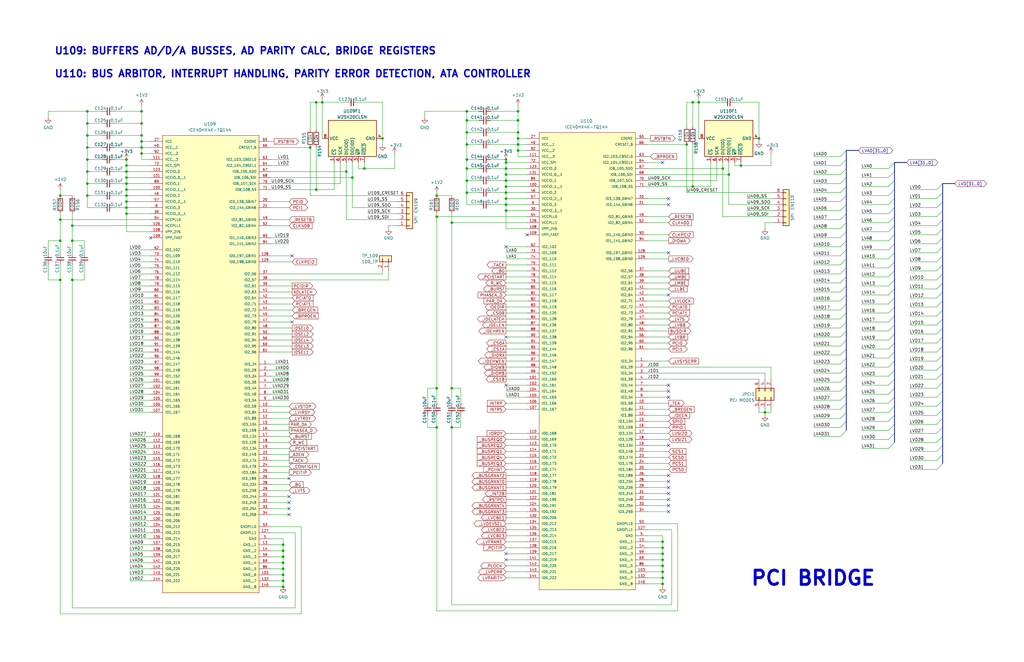
<source format=kicad_sch>
(kicad_sch (version 20231120) (generator "eeschema") (generator_version "8.0")
  (paper "B")
  (title_block (title "AMIGA PCI") (date "2025-07-11") (rev "6.0"))
  (junction (at 119.38 237.49))
  (junction (at 53.34 72.39))
  (junction (at 36.83 77.47))
  (junction (at 153.67 71.12))
  (junction (at 196.85 60.96))
  (junction (at 304.8 71.12))
  (junction (at 279.4 241.3))
  (junction (at 53.34 87.63))
  (junction (at 279.4 243.84))
  (junction (at 184.15 91.44))
  (junction (at 213.36 71.12))
  (junction (at 196.85 67.31))
  (junction (at 130.81 62.23))
  (junction (at 119.38 232.41))
  (junction (at 279.4 236.22))
  (junction (at 119.38 234.95))
  (junction (at 30.48 118.11))
  (junction (at 59.69 59.69))
  (junction (at 196.85 81.28))
  (junction (at 218.44 55.88))
  (junction (at 307.34 73.66))
  (junction (at 119.38 229.87))
  (junction (at 59.69 62.23))
  (junction (at 213.36 86.36))
  (junction (at 59.69 57.15))
  (junction (at 36.83 82.55))
  (junction (at 213.36 78.74))
  (junction (at 294.64 43.18))
  (junction (at 30.48 95.25))
  (junction (at 279.4 246.38))
  (junction (at 30.48 101.6))
  (junction (at 36.83 62.23))
  (junction (at 119.38 245.11))
  (junction (at 53.34 69.85))
  (junction (at 196.85 71.12))
  (junction (at 218.44 50.8))
  (junction (at 36.83 57.15))
  (junction (at 53.34 85.09))
  (junction (at 213.36 73.66))
  (junction (at 218.44 63.5))
  (junction (at 161.29 58.42))
  (junction (at 320.04 58.42))
  (junction (at 184.15 180.34))
  (junction (at 36.83 67.31))
  (junction (at 53.34 90.17))
  (junction (at 146.05 72.39))
  (junction (at 25.4 82.55))
  (junction (at 213.36 67.31))
  (junction (at 213.36 68.58))
  (junction (at 59.69 52.07))
  (junction (at 279.4 233.68))
  (junction (at 190.5 180.34))
  (junction (at 133.35 80.01))
  (junction (at 289.56 60.96))
  (junction (at 218.44 46.99))
  (junction (at 59.69 46.99))
  (junction (at 25.4 92.71))
  (junction (at 279.4 231.14))
  (junction (at 53.34 80.01))
  (junction (at 25.4 101.6))
  (junction (at 213.36 83.82))
  (junction (at 292.1 78.74))
  (junction (at 196.85 55.88))
  (junction (at 184.15 163.83))
  (junction (at 119.38 242.57))
  (junction (at 135.89 43.18))
  (junction (at 53.34 77.47))
  (junction (at 53.34 74.93))
  (junction (at 279.4 228.6))
  (junction (at 190.5 93.98))
  (junction (at 59.69 64.77))
  (junction (at 184.15 82.55))
  (junction (at 190.5 163.83))
  (junction (at 148.59 74.93))
  (junction (at 292.1 43.18))
  (junction (at 119.38 240.03))
  (junction (at 312.42 69.85))
  (junction (at 218.44 60.96))
  (junction (at 213.36 88.9))
  (junction (at 213.36 81.28))
  (junction (at 36.83 72.39))
  (junction (at 133.35 43.18))
  (junction (at 53.34 67.31))
  (junction (at 322.58 173.99))
  (junction (at 119.38 247.65))
  (junction (at 53.34 82.55))
  (junction (at 196.85 46.99))
  (junction (at 196.85 76.2))
  (junction (at 196.85 50.8))
  (junction (at 36.83 46.99))
  (junction (at 25.4 118.11))
  (junction (at 279.4 238.76))
  (junction (at 213.36 76.2))
  (junction (at 36.83 52.07))
  (junction (at 218.44 58.42))
  (no_connect (at 121.92 214.63))
  (no_connect (at 123.19 135.89))
  (no_connect (at 281.94 86.36))
  (no_connect (at 281.94 187.96))
  (no_connect (at 121.92 217.17))
  (no_connect (at 281.94 167.64))
  (no_connect (at 121.92 201.93))
  (no_connect (at 281.94 200.66))
  (no_connect (at 281.94 210.82))
  (no_connect (at 63.5 100.33))
  (no_connect (at 281.94 203.2))
  (no_connect (at 281.94 208.28))
  (no_connect (at 213.36 142.24))
  (no_connect (at 281.94 106.68))
  (no_connect (at 281.94 205.74))
  (no_connect (at 213.36 162.56))
  (no_connect (at 213.36 236.22))
  (no_connect (at 281.94 165.1))
  (no_connect (at 281.94 83.82))
  (no_connect (at 121.92 209.55))
  (no_connect (at 123.19 107.95))
  (no_connect (at 281.94 215.9))
  (no_connect (at 213.36 104.14))
  (no_connect (at 121.92 212.09))
  (no_connect (at 222.25 99.06))
  (no_connect (at 279.4 68.58))
  (no_connect (at 281.94 162.56))
  (no_connect (at 213.36 233.68))
  (no_connect (at 281.94 213.36))
  (no_connect (at 281.94 124.46))
  (bus_entry (at 394.97 87.63) (size 2.54 -2.54))
  (bus_entry (at 394.97 110.49) (size 2.54 -2.54))
  (bus_entry (at 354.33 115.57) (size 2.54 -2.54))
  (bus_entry (at 354.33 123.19) (size 2.54 -2.54))
  (bus_entry (at 374.65 78.74) (size 2.54 -2.54))
  (bus_entry (at 374.65 105.41) (size 2.54 -2.54))
  (bus_entry (at 354.33 138.43) (size 2.54 -2.54))
  (bus_entry (at 394.97 179.07) (size 2.54 -2.54))
  (bus_entry (at 394.97 106.68) (size 2.54 -2.54))
  (bus_entry (at 374.65 173.99) (size 2.54 -2.54))
  (bus_entry (at 394.97 99.06) (size 2.54 -2.54))
  (bus_entry (at 374.65 147.32) (size 2.54 -2.54))
  (bus_entry (at 394.97 133.35) (size 2.54 -2.54))
  (bus_entry (at 374.65 181.61) (size 2.54 -2.54))
  (bus_entry (at 354.33 130.81) (size 2.54 -2.54))
  (bus_entry (at 394.97 190.5) (size 2.54 -2.54))
  (bus_entry (at 354.33 85.09) (size 2.54 -2.54))
  (bus_entry (at 354.33 119.38) (size 2.54 -2.54))
  (bus_entry (at 354.33 180.34) (size 2.54 -2.54))
  (bus_entry (at 374.65 116.84) (size 2.54 -2.54))
  (bus_entry (at 394.97 80.01) (size 2.54 -2.54))
  (bus_entry (at 374.65 86.36) (size 2.54 -2.54))
  (bus_entry (at 394.97 114.3) (size 2.54 -2.54))
  (bus_entry (at 354.33 88.9) (size 2.54 -2.54))
  (bus_entry (at 354.33 66.04) (size 2.54 -2.54))
  (bus_entry (at 394.97 137.16) (size 2.54 -2.54))
  (bus_entry (at 374.65 132.08) (size 2.54 -2.54))
  (bus_entry (at 394.97 171.45) (size 2.54 -2.54))
  (bus_entry (at 394.97 167.64) (size 2.54 -2.54))
  (bus_entry (at 354.33 176.53) (size 2.54 -2.54))
  (bus_entry (at 374.65 143.51) (size 2.54 -2.54))
  (bus_entry (at 374.65 135.89) (size 2.54 -2.54))
  (bus_entry (at 394.97 125.73) (size 2.54 -2.54))
  (bus_entry (at 354.33 127) (size 2.54 -2.54))
  (bus_entry (at 374.65 93.98) (size 2.54 -2.54))
  (bus_entry (at 374.65 162.56) (size 2.54 -2.54))
  (bus_entry (at 374.65 97.79) (size 2.54 -2.54))
  (bus_entry (at 374.65 90.17) (size 2.54 -2.54))
  (bus_entry (at 374.65 74.93) (size 2.54 -2.54))
  (bus_entry (at 394.97 118.11) (size 2.54 -2.54))
  (bus_entry (at 354.33 146.05) (size 2.54 -2.54))
  (bus_entry (at 374.65 151.13) (size 2.54 -2.54))
  (bus_entry (at 354.33 69.85) (size 2.54 -2.54))
  (bus_entry (at 374.65 139.7) (size 2.54 -2.54))
  (bus_entry (at 354.33 92.71) (size 2.54 -2.54))
  (bus_entry (at 394.97 129.54) (size 2.54 -2.54))
  (bus_entry (at 374.65 120.65) (size 2.54 -2.54))
  (bus_entry (at 394.97 83.82) (size 2.54 -2.54))
  (bus_entry (at 394.97 163.83) (size 2.54 -2.54))
  (bus_entry (at 394.97 160.02) (size 2.54 -2.54))
  (bus_entry (at 374.65 101.6) (size 2.54 -2.54))
  (bus_entry (at 394.97 186.69) (size 2.54 -2.54))
  (bus_entry (at 374.65 170.18) (size 2.54 -2.54))
  (bus_entry (at 354.33 104.14) (size 2.54 -2.54))
  (bus_entry (at 394.97 156.21) (size 2.54 -2.54))
  (bus_entry (at 354.33 172.72) (size 2.54 -2.54))
  (bus_entry (at 374.65 154.94) (size 2.54 -2.54))
  (bus_entry (at 354.33 107.95) (size 2.54 -2.54))
  (bus_entry (at 394.97 194.31) (size 2.54 -2.54))
  (bus_entry (at 354.33 168.91) (size 2.54 -2.54))
  (bus_entry (at 354.33 73.66) (size 2.54 -2.54))
  (bus_entry (at 374.65 71.12) (size 2.54 -2.54))
  (bus_entry (at 394.97 102.87) (size 2.54 -2.54))
  (bus_entry (at 374.65 113.03) (size 2.54 -2.54))
  (bus_entry (at 354.33 157.48) (size 2.54 -2.54))
  (bus_entry (at 354.33 142.24) (size 2.54 -2.54))
  (bus_entry (at 354.33 96.52) (size 2.54 -2.54))
  (bus_entry (at 374.65 189.23) (size 2.54 -2.54))
  (bus_entry (at 394.97 121.92) (size 2.54 -2.54))
  (bus_entry (at 354.33 161.29) (size 2.54 -2.54))
  (bus_entry (at 374.65 166.37) (size 2.54 -2.54))
  (bus_entry (at 374.65 109.22) (size 2.54 -2.54))
  (bus_entry (at 374.65 158.75) (size 2.54 -2.54))
  (bus_entry (at 394.97 95.25) (size 2.54 -2.54))
  (bus_entry (at 394.97 144.78) (size 2.54 -2.54))
  (bus_entry (at 394.97 140.97) (size 2.54 -2.54))
  (bus_entry (at 354.33 153.67) (size 2.54 -2.54))
  (bus_entry (at 354.33 77.47) (size 2.54 -2.54))
  (bus_entry (at 394.97 182.88) (size 2.54 -2.54))
  (bus_entry (at 394.97 91.44) (size 2.54 -2.54))
  (bus_entry (at 374.65 128.27) (size 2.54 -2.54))
  (bus_entry (at 394.97 152.4) (size 2.54 -2.54))
  (bus_entry (at 374.65 185.42) (size 2.54 -2.54))
  (bus_entry (at 374.65 177.8) (size 2.54 -2.54))
  (bus_entry (at 354.33 81.28) (size 2.54 -2.54))
  (bus_entry (at 374.65 124.46) (size 2.54 -2.54))
  (bus_entry (at 354.33 100.33) (size 2.54 -2.54))
  (bus_entry (at 394.97 148.59) (size 2.54 -2.54))
  (bus_entry (at 354.33 149.86) (size 2.54 -2.54))
  (bus_entry (at 354.33 111.76) (size 2.54 -2.54))
  (bus_entry (at 354.33 134.62) (size 2.54 -2.54))
  (bus_entry (at 374.65 82.55) (size 2.54 -2.54))
  (bus_entry (at 354.33 165.1) (size 2.54 -2.54))
  (bus_entry (at 394.97 198.12) (size 2.54 -2.54))
  (bus_entry (at 354.33 184.15) (size 2.54 -2.54))
  (bus_entry (at 394.97 175.26) (size 2.54 -2.54))
  (wire (pts (xy 59.69 64.77) (xy 59.69 67.31)))
  (wire (pts (xy 285.75 220.98) (xy 273.05 220.98)))
  (wire (pts (xy 279.4 238.76) (xy 273.05 238.76)))
  (bus (pts (xy 356.87 135.89) (xy 356.87 139.7)))
  (wire (pts (xy 114.3 217.17) (xy 121.92 217.17)))
  (bus (pts (xy 397.51 134.62) (xy 397.51 138.43)))
  (wire (pts (xy 342.9 134.62) (xy 354.33 134.62)))
  (wire (pts (xy 63.5 64.77) (xy 59.69 64.77)))
  (wire (pts (xy 54.61 196.85) (xy 63.5 196.85)))
  (wire (pts (xy 383.54 118.11) (xy 394.97 118.11)))
  (wire (pts (xy 273.05 101.6) (xy 281.94 101.6)))
  (bus (pts (xy 377.19 160.02) (xy 377.19 163.83)))
  (wire (pts (xy 342.9 73.66) (xy 354.33 73.66)))
  (wire (pts (xy 273.05 91.44) (xy 281.94 91.44)))
  (wire (pts (xy 53.34 82.55) (xy 48.26 82.55)))
  (bus (pts (xy 397.51 149.86) (xy 397.51 153.67)))
  (wire (pts (xy 222.25 132.08) (xy 213.36 132.08)))
  (wire (pts (xy 307.34 73.66) (xy 307.34 86.36)))
  (bus (pts (xy 377.19 87.63) (xy 377.19 91.44)))
  (wire (pts (xy 63.5 123.19) (xy 54.61 123.19)))
  (wire (pts (xy 383.54 190.5) (xy 394.97 190.5)))
  (bus (pts (xy 377.19 182.88) (xy 377.19 186.69)))
  (wire (pts (xy 273.05 195.58) (xy 281.94 195.58)))
  (wire (pts (xy 213.36 187.96) (xy 222.25 187.96)))
  (wire (pts (xy 292.1 43.18) (xy 292.1 53.34)))
  (wire (pts (xy 222.25 66.04) (xy 218.44 66.04)))
  (bus (pts (xy 356.87 124.46) (xy 356.87 128.27)))
  (wire (pts (xy 273.05 213.36) (xy 281.94 213.36)))
  (wire (pts (xy 114.3 138.43) (xy 123.19 138.43)))
  (wire (pts (xy 289.56 60.96) (xy 273.05 60.96)))
  (wire (pts (xy 222.25 78.74) (xy 213.36 78.74)))
  (wire (pts (xy 273.05 137.16) (xy 281.94 137.16)))
  (wire (pts (xy 121.92 156.21) (xy 114.3 156.21)))
  (wire (pts (xy 218.44 55.88) (xy 218.44 58.42)))
  (wire (pts (xy 213.36 203.2) (xy 222.25 203.2)))
  (wire (pts (xy 53.34 67.31) (xy 53.34 69.85)))
  (wire (pts (xy 222.25 172.72) (xy 213.36 172.72)))
  (bus (pts (xy 397.51 104.14) (xy 397.51 107.95)))
  (wire (pts (xy 114.3 181.61) (xy 121.92 181.61)))
  (wire (pts (xy 281.94 215.9) (xy 273.05 215.9)))
  (bus (pts (xy 397.51 81.28) (xy 397.51 85.09)))
  (wire (pts (xy 279.4 236.22) (xy 273.05 236.22)))
  (wire (pts (xy 63.5 158.75) (xy 54.61 158.75)))
  (wire (pts (xy 222.25 58.42) (xy 218.44 58.42)))
  (bus (pts (xy 356.87 86.36) (xy 356.87 90.17)))
  (wire (pts (xy 119.38 234.95) (xy 119.38 237.49)))
  (wire (pts (xy 363.22 185.42) (xy 374.65 185.42)))
  (wire (pts (xy 322.58 93.98) (xy 322.58 96.52)))
  (wire (pts (xy 363.22 181.61) (xy 374.65 181.61)))
  (bus (pts (xy 397.51 100.33) (xy 397.51 104.14)))
  (wire (pts (xy 289.56 53.34) (xy 289.56 43.18)))
  (wire (pts (xy 194.31 175.26) (xy 194.31 180.34)))
  (wire (pts (xy 63.5 80.01) (xy 53.34 80.01)))
  (bus (pts (xy 397.51 77.47) (xy 397.51 81.28)))
  (bus (pts (xy 397.51 107.95) (xy 397.51 111.76)))
  (bus (pts (xy 356.87 147.32) (xy 356.87 151.13)))
  (wire (pts (xy 63.5 118.11) (xy 54.61 118.11)))
  (wire (pts (xy 213.36 149.86) (xy 222.25 149.86)))
  (wire (pts (xy 201.93 81.28) (xy 196.85 81.28)))
  (wire (pts (xy 281.94 119.38) (xy 273.05 119.38)))
  (wire (pts (xy 184.15 91.44) (xy 184.15 163.83)))
  (bus (pts (xy 377.19 76.2) (xy 377.19 80.01)))
  (wire (pts (xy 342.9 184.15) (xy 354.33 184.15)))
  (wire (pts (xy 294.64 43.18) (xy 304.8 43.18)))
  (wire (pts (xy 114.3 107.95) (xy 123.19 107.95)))
  (wire (pts (xy 161.29 43.18) (xy 151.13 43.18)))
  (wire (pts (xy 114.3 209.55) (xy 121.92 209.55)))
  (wire (pts (xy 222.25 76.2) (xy 213.36 76.2)))
  (wire (pts (xy 222.25 88.9) (xy 213.36 88.9)))
  (wire (pts (xy 285.75 257.81) (xy 184.15 257.81)))
  (bus (pts (xy 377.19 106.68) (xy 377.19 110.49)))
  (wire (pts (xy 161.29 115.57) (xy 161.29 114.3)))
  (wire (pts (xy 53.34 74.93) (xy 53.34 77.47)))
  (wire (pts (xy 222.25 241.3) (xy 213.36 241.3)))
  (wire (pts (xy 53.34 67.31) (xy 48.26 67.31)))
  (wire (pts (xy 279.4 243.84) (xy 279.4 246.38)))
  (wire (pts (xy 43.18 52.07) (xy 36.83 52.07)))
  (wire (pts (xy 363.22 151.13) (xy 374.65 151.13)))
  (wire (pts (xy 63.5 146.05) (xy 54.61 146.05)))
  (wire (pts (xy 213.36 208.28) (xy 222.25 208.28)))
  (wire (pts (xy 146.05 72.39) (xy 114.3 72.39)))
  (wire (pts (xy 36.83 57.15) (xy 36.83 52.07)))
  (wire (pts (xy 114.3 186.69) (xy 121.92 186.69)))
  (wire (pts (xy 114.3 146.05) (xy 123.19 146.05)))
  (wire (pts (xy 140.97 80.01) (xy 140.97 68.58)))
  (wire (pts (xy 63.5 115.57) (xy 54.61 115.57)))
  (wire (pts (xy 54.61 194.31) (xy 63.5 194.31)))
  (wire (pts (xy 114.3 201.93) (xy 121.92 201.93)))
  (wire (pts (xy 281.94 124.46) (xy 273.05 124.46)))
  (wire (pts (xy 30.48 111.76) (xy 30.48 118.11)))
  (wire (pts (xy 54.61 209.55) (xy 63.5 209.55)))
  (wire (pts (xy 146.05 68.58) (xy 146.05 72.39)))
  (wire (pts (xy 273.05 73.66) (xy 307.34 73.66)))
  (wire (pts (xy 161.29 58.42) (xy 161.29 43.18)))
  (bus (pts (xy 356.87 173.99) (xy 356.87 177.8)))
  (wire (pts (xy 35.56 118.11) (xy 30.48 118.11)))
  (wire (pts (xy 279.4 243.84) (xy 273.05 243.84)))
  (wire (pts (xy 190.5 93.98) (xy 222.25 93.98)))
  (bus (pts (xy 397.51 123.19) (xy 397.51 127)))
  (wire (pts (xy 383.54 163.83) (xy 394.97 163.83)))
  (wire (pts (xy 213.36 147.32) (xy 222.25 147.32)))
  (wire (pts (xy 383.54 80.01) (xy 394.97 80.01)))
  (wire (pts (xy 342.9 149.86) (xy 354.33 149.86)))
  (wire (pts (xy 63.5 140.97) (xy 54.61 140.97)))
  (bus (pts (xy 377.19 110.49) (xy 377.19 114.3)))
  (bus (pts (xy 397.51 172.72) (xy 397.51 176.53)))
  (wire (pts (xy 314.96 83.82) (xy 326.39 83.82)))
  (wire (pts (xy 279.4 228.6) (xy 273.05 228.6)))
  (wire (pts (xy 222.25 114.3) (xy 213.36 114.3)))
  (wire (pts (xy 320.04 43.18) (xy 309.88 43.18)))
  (wire (pts (xy 292.1 43.18) (xy 294.64 43.18)))
  (wire (pts (xy 383.54 129.54) (xy 394.97 129.54)))
  (wire (pts (xy 326.39 93.98) (xy 322.58 93.98)))
  (wire (pts (xy 213.36 88.9) (xy 213.36 96.52)))
  (wire (pts (xy 342.9 138.43) (xy 354.33 138.43)))
  (wire (pts (xy 363.22 109.22) (xy 374.65 109.22)))
  (wire (pts (xy 114.3 95.25) (xy 121.92 95.25)))
  (wire (pts (xy 273.05 154.94) (xy 325.12 154.94)))
  (wire (pts (xy 114.3 204.47) (xy 121.92 204.47)))
  (wire (pts (xy 273.05 190.5) (xy 281.94 190.5)))
  (wire (pts (xy 63.5 82.55) (xy 53.34 82.55)))
  (wire (pts (xy 63.5 237.49) (xy 54.61 237.49)))
  (bus (pts (xy 377.19 129.54) (xy 377.19 133.35)))
  (wire (pts (xy 59.69 59.69) (xy 59.69 62.23)))
  (wire (pts (xy 130.81 54.61) (xy 130.81 43.18)))
  (wire (pts (xy 54.61 212.09) (xy 63.5 212.09)))
  (wire (pts (xy 325.12 69.85) (xy 312.42 69.85)))
  (wire (pts (xy 54.61 191.77) (xy 63.5 191.77)))
  (bus (pts (xy 377.19 167.64) (xy 377.19 171.45)))
  (wire (pts (xy 342.9 176.53) (xy 354.33 176.53)))
  (wire (pts (xy 121.92 166.37) (xy 114.3 166.37)))
  (wire (pts (xy 322.58 173.99) (xy 320.04 173.99)))
  (wire (pts (xy 222.25 63.5) (xy 218.44 63.5)))
  (wire (pts (xy 383.54 114.3) (xy 394.97 114.3)))
  (wire (pts (xy 279.4 241.3) (xy 279.4 243.84)))
  (wire (pts (xy 383.54 137.16) (xy 394.97 137.16)))
  (wire (pts (xy 146.05 92.71) (xy 146.05 72.39)))
  (wire (pts (xy 383.54 171.45) (xy 394.97 171.45)))
  (wire (pts (xy 196.85 81.28) (xy 196.85 86.36)))
  (wire (pts (xy 213.36 152.4) (xy 222.25 152.4)))
  (wire (pts (xy 63.5 69.85) (xy 53.34 69.85)))
  (wire (pts (xy 190.5 180.34) (xy 190.5 175.26)))
  (wire (pts (xy 320.04 59.69) (xy 320.04 58.42)))
  (wire (pts (xy 299.72 78.74) (xy 299.72 68.58)))
  (wire (pts (xy 363.22 86.36) (xy 374.65 86.36)))
  (wire (pts (xy 281.94 132.08) (xy 273.05 132.08)))
  (wire (pts (xy 133.35 43.18) (xy 133.35 54.61)))
  (wire (pts (xy 213.36 205.74) (xy 222.25 205.74)))
  (wire (pts (xy 194.31 163.83) (xy 190.5 163.83)))
  (wire (pts (xy 54.61 163.83) (xy 63.5 163.83)))
  (wire (pts (xy 273.05 157.48) (xy 322.58 157.48)))
  (wire (pts (xy 63.5 133.35) (xy 54.61 133.35)))
  (wire (pts (xy 54.61 207.01) (xy 63.5 207.01)))
  (wire (pts (xy 213.36 144.78) (xy 222.25 144.78)))
  (wire (pts (xy 383.54 125.73) (xy 394.97 125.73)))
  (wire (pts (xy 140.97 80.01) (xy 133.35 80.01)))
  (wire (pts (xy 190.5 170.18) (xy 190.5 163.83)))
  (wire (pts (xy 127 222.25) (xy 127 259.08)))
  (wire (pts (xy 218.44 60.96) (xy 207.01 60.96)))
  (bus (pts (xy 377.19 68.58) (xy 382.27 68.58)))
  (wire (pts (xy 281.94 129.54) (xy 273.05 129.54)))
  (bus (pts (xy 356.87 166.37) (xy 356.87 170.18)))
  (wire (pts (xy 184.15 180.34) (xy 180.34 180.34)))
  (wire (pts (xy 54.61 107.95) (xy 63.5 107.95)))
  (wire (pts (xy 363.22 128.27) (xy 374.65 128.27)))
  (wire (pts (xy 342.9 85.09) (xy 354.33 85.09)))
  (wire (pts (xy 363.22 90.17) (xy 374.65 90.17)))
  (wire (pts (xy 222.25 71.12) (xy 213.36 71.12)))
  (wire (pts (xy 59.69 62.23) (xy 59.69 64.77)))
  (wire (pts (xy 30.48 90.17) (xy 30.48 95.25)))
  (wire (pts (xy 25.4 259.08) (xy 25.4 118.11)))
  (wire (pts (xy 218.44 63.5) (xy 218.44 66.04)))
  (wire (pts (xy 279.4 246.38) (xy 279.4 247.65)))
  (wire (pts (xy 363.22 173.99) (xy 374.65 173.99)))
  (wire (pts (xy 53.34 69.85) (xy 53.34 72.39)))
  (wire (pts (xy 25.4 80.01) (xy 25.4 82.55)))
  (wire (pts (xy 363.22 124.46) (xy 374.65 124.46)))
  (wire (pts (xy 292.1 60.96) (xy 292.1 78.74)))
  (wire (pts (xy 273.05 203.2) (xy 281.94 203.2)))
  (wire (pts (xy 342.9 130.81) (xy 354.33 130.81)))
  (wire (pts (xy 59.69 52.07) (xy 59.69 57.15)))
  (wire (pts (xy 54.61 214.63) (xy 63.5 214.63)))
  (wire (pts (xy 63.5 219.71) (xy 54.61 219.71)))
  (wire (pts (xy 114.3 140.97) (xy 123.19 140.97)))
  (wire (pts (xy 281.94 198.12) (xy 273.05 198.12)))
  (bus (pts (xy 356.87 74.93) (xy 356.87 78.74)))
  (wire (pts (xy 279.4 238.76) (xy 279.4 241.3)))
  (wire (pts (xy 119.38 227.33) (xy 114.3 227.33)))
  (wire (pts (xy 383.54 160.02) (xy 394.97 160.02)))
  (wire (pts (xy 363.22 170.18) (xy 374.65 170.18)))
  (wire (pts (xy 63.5 232.41) (xy 54.61 232.41)))
  (wire (pts (xy 222.25 154.94) (xy 213.36 154.94)))
  (bus (pts (xy 377.19 118.11) (xy 377.19 121.92)))
  (wire (pts (xy 285.75 220.98) (xy 285.75 257.81)))
  (wire (pts (xy 222.25 127) (xy 213.36 127)))
  (wire (pts (xy 222.25 81.28) (xy 213.36 81.28)))
  (wire (pts (xy 53.34 82.55) (xy 53.34 85.09)))
  (wire (pts (xy 281.94 162.56) (xy 273.05 162.56)))
  (bus (pts (xy 397.51 142.24) (xy 397.51 146.05)))
  (wire (pts (xy 166.37 64.77) (xy 166.37 71.12)))
  (bus (pts (xy 377.19 99.06) (xy 377.19 102.87)))
  (wire (pts (xy 213.36 193.04) (xy 222.25 193.04)))
  (wire (pts (xy 213.36 67.31) (xy 213.36 68.58)))
  (wire (pts (xy 213.36 142.24) (xy 222.25 142.24)))
  (wire (pts (xy 218.44 46.99) (xy 218.44 50.8)))
  (wire (pts (xy 53.34 97.79) (xy 63.5 97.79)))
  (wire (pts (xy 342.9 168.91) (xy 354.33 168.91)))
  (wire (pts (xy 213.36 215.9) (xy 222.25 215.9)))
  (bus (pts (xy 397.51 187.96) (xy 397.51 191.77)))
  (wire (pts (xy 383.54 156.21) (xy 394.97 156.21)))
  (wire (pts (xy 273.05 193.04) (xy 281.94 193.04)))
  (bus (pts (xy 397.51 168.91) (xy 397.51 172.72)))
  (wire (pts (xy 63.5 227.33) (xy 54.61 227.33)))
  (wire (pts (xy 213.36 182.88) (xy 222.25 182.88)))
  (wire (pts (xy 342.9 157.48) (xy 354.33 157.48)))
  (wire (pts (xy 53.34 77.47) (xy 48.26 77.47)))
  (bus (pts (xy 397.51 130.81) (xy 397.51 134.62)))
  (wire (pts (xy 63.5 171.45) (xy 54.61 171.45)))
  (wire (pts (xy 153.67 71.12) (xy 151.13 71.12)))
  (wire (pts (xy 213.36 231.14) (xy 222.25 231.14)))
  (wire (pts (xy 35.56 106.68) (xy 35.56 101.6)))
  (wire (pts (xy 279.4 236.22) (xy 279.4 238.76)))
  (wire (pts (xy 133.35 62.23) (xy 133.35 80.01)))
  (wire (pts (xy 342.9 104.14) (xy 354.33 104.14)))
  (bus (pts (xy 377.19 175.26) (xy 377.19 179.07)))
  (wire (pts (xy 307.34 68.58) (xy 307.34 73.66)))
  (wire (pts (xy 43.18 82.55) (xy 36.83 82.55)))
  (wire (pts (xy 114.3 87.63) (xy 121.92 87.63)))
  (wire (pts (xy 121.92 153.67) (xy 114.3 153.67)))
  (wire (pts (xy 325.12 173.99) (xy 325.12 172.72)))
  (wire (pts (xy 383.54 175.26) (xy 394.97 175.26)))
  (wire (pts (xy 54.61 242.57) (xy 63.5 242.57)))
  (wire (pts (xy 342.9 123.19) (xy 354.33 123.19)))
  (wire (pts (xy 273.05 177.8) (xy 281.94 177.8)))
  (wire (pts (xy 322.58 172.72) (xy 322.58 173.99)))
  (wire (pts (xy 273.05 139.7) (xy 281.94 139.7)))
  (wire (pts (xy 273.05 205.74) (xy 281.94 205.74)))
  (wire (pts (xy 383.54 110.49) (xy 394.97 110.49)))
  (wire (pts (xy 363.22 74.93) (xy 374.65 74.93)))
  (bus (pts (xy 356.87 132.08) (xy 356.87 135.89)))
  (wire (pts (xy 63.5 148.59) (xy 54.61 148.59)))
  (wire (pts (xy 281.94 127) (xy 273.05 127)))
  (wire (pts (xy 222.25 83.82) (xy 213.36 83.82)))
  (wire (pts (xy 289.56 81.28) (xy 289.56 60.96)))
  (wire (pts (xy 20.32 46.99) (xy 20.32 49.53)))
  (bus (pts (xy 356.87 116.84) (xy 356.87 120.65)))
  (wire (pts (xy 213.36 71.12) (xy 207.01 71.12)))
  (wire (pts (xy 54.61 189.23) (xy 63.5 189.23)))
  (wire (pts (xy 163.83 95.25) (xy 163.83 96.52)))
  (wire (pts (xy 130.81 82.55) (xy 130.81 62.23)))
  (wire (pts (xy 25.4 118.11) (xy 25.4 111.76)))
  (wire (pts (xy 342.9 107.95) (xy 354.33 107.95)))
  (bus (pts (xy 356.87 177.8) (xy 356.87 181.61)))
  (wire (pts (xy 279.4 226.06) (xy 279.4 228.6)))
  (wire (pts (xy 114.3 102.87) (xy 121.92 102.87)))
  (wire (pts (xy 213.36 210.82) (xy 222.25 210.82)))
  (wire (pts (xy 363.22 97.79) (xy 374.65 97.79)))
  (wire (pts (xy 222.25 86.36) (xy 213.36 86.36)))
  (wire (pts (xy 114.3 92.71) (xy 121.92 92.71)))
  (wire (pts (xy 222.25 111.76) (xy 213.36 111.76)))
  (wire (pts (xy 196.85 60.96) (xy 196.85 55.88)))
  (wire (pts (xy 218.44 50.8) (xy 207.01 50.8)))
  (bus (pts (xy 397.51 77.47) (xy 402.59 77.47)))
  (wire (pts (xy 274.32 66.04) (xy 273.05 66.04)))
  (wire (pts (xy 143.51 77.47) (xy 114.3 77.47)))
  (wire (pts (xy 190.5 93.98) (xy 190.5 163.83)))
  (wire (pts (xy 114.3 173.99) (xy 121.92 173.99)))
  (wire (pts (xy 201.93 60.96) (xy 196.85 60.96)))
  (wire (pts (xy 363.22 177.8) (xy 374.65 177.8)))
  (wire (pts (xy 119.38 245.11) (xy 119.38 247.65)))
  (bus (pts (xy 397.51 191.77) (xy 397.51 195.58)))
  (wire (pts (xy 383.54 121.92) (xy 394.97 121.92)))
  (bus (pts (xy 377.19 121.92) (xy 377.19 125.73)))
  (wire (pts (xy 201.93 86.36) (xy 196.85 86.36)))
  (wire (pts (xy 363.22 132.08) (xy 374.65 132.08)))
  (wire (pts (xy 54.61 217.17) (xy 63.5 217.17)))
  (bus (pts (xy 397.51 119.38) (xy 397.51 123.19)))
  (bus (pts (xy 397.51 127) (xy 397.51 130.81)))
  (bus (pts (xy 377.19 91.44) (xy 377.19 95.25)))
  (bus (pts (xy 397.51 165.1) (xy 397.51 168.91)))
  (wire (pts (xy 383.54 106.68) (xy 394.97 106.68)))
  (wire (pts (xy 54.61 199.39) (xy 63.5 199.39)))
  (wire (pts (xy 36.83 72.39) (xy 36.83 77.47)))
  (wire (pts (xy 59.69 57.15) (xy 48.26 57.15)))
  (wire (pts (xy 213.36 185.42) (xy 222.25 185.42)))
  (bus (pts (xy 397.51 88.9) (xy 397.51 92.71)))
  (wire (pts (xy 114.3 189.23) (xy 121.92 189.23)))
  (wire (pts (xy 273.05 109.22) (xy 281.94 109.22)))
  (wire (pts (xy 154.94 85.09) (xy 167.64 85.09)))
  (wire (pts (xy 273.05 83.82) (xy 281.94 83.82)))
  (bus (pts (xy 377.19 114.3) (xy 377.19 118.11)))
  (bus (pts (xy 377.19 156.21) (xy 377.19 160.02)))
  (wire (pts (xy 279.4 246.38) (xy 273.05 246.38)))
  (wire (pts (xy 59.69 44.45) (xy 59.69 46.99)))
  (wire (pts (xy 294.64 43.18) (xy 294.64 41.91)))
  (bus (pts (xy 377.19 72.39) (xy 377.19 76.2)))
  (wire (pts (xy 196.85 67.31) (xy 196.85 60.96)))
  (bus (pts (xy 356.87 158.75) (xy 356.87 162.56)))
  (wire (pts (xy 63.5 110.49) (xy 54.61 110.49)))
  (wire (pts (xy 124.46 256.54) (xy 124.46 224.79)))
  (wire (pts (xy 325.12 154.94) (xy 325.12 160.02)))
  (bus (pts (xy 377.19 179.07) (xy 377.19 182.88)))
  (wire (pts (xy 114.3 143.51) (xy 123.19 143.51)))
  (wire (pts (xy 363.22 143.51) (xy 374.65 143.51)))
  (wire (pts (xy 213.36 67.31) (xy 207.01 67.31)))
  (wire (pts (xy 273.05 185.42) (xy 281.94 185.42)))
  (wire (pts (xy 213.36 116.84) (xy 222.25 116.84)))
  (wire (pts (xy 383.54 95.25) (xy 394.97 95.25)))
  (wire (pts (xy 114.3 74.93) (xy 148.59 74.93)))
  (wire (pts (xy 63.5 120.65) (xy 54.61 120.65)))
  (wire (pts (xy 213.36 109.22) (xy 222.25 109.22)))
  (wire (pts (xy 59.69 52.07) (xy 48.26 52.07)))
  (wire (pts (xy 114.3 115.57) (xy 161.29 115.57)))
  (wire (pts (xy 363.22 189.23) (xy 374.65 189.23)))
  (wire (pts (xy 213.36 68.58) (xy 213.36 71.12)))
  (wire (pts (xy 273.05 144.78) (xy 281.94 144.78)))
  (wire (pts (xy 119.38 229.87) (xy 119.38 232.41)))
  (wire (pts (xy 213.36 78.74) (xy 213.36 81.28)))
  (wire (pts (xy 25.4 101.6) (xy 20.32 101.6)))
  (wire (pts (xy 383.54 83.82) (xy 394.97 83.82)))
  (wire (pts (xy 342.9 153.67) (xy 354.33 153.67)))
  (wire (pts (xy 54.61 186.69) (xy 63.5 186.69)))
  (wire (pts (xy 63.5 222.25) (xy 54.61 222.25)))
  (wire (pts (xy 201.93 50.8) (xy 196.85 50.8)))
  (bus (pts (xy 377.19 171.45) (xy 377.19 175.26)))
  (wire (pts (xy 281.94 170.18) (xy 273.05 170.18)))
  (wire (pts (xy 166.37 71.12) (xy 153.67 71.12)))
  (wire (pts (xy 363.22 116.84) (xy 374.65 116.84)))
  (wire (pts (xy 213.36 233.68) (xy 222.25 233.68)))
  (wire (pts (xy 53.34 90.17) (xy 53.34 97.79)))
  (wire (pts (xy 119.38 242.57) (xy 114.3 242.57)))
  (wire (pts (xy 322.58 160.02) (xy 322.58 157.48)))
  (wire (pts (xy 222.25 165.1) (xy 213.36 165.1)))
  (wire (pts (xy 342.9 161.29) (xy 354.33 161.29)))
  (wire (pts (xy 281.94 172.72) (xy 273.05 172.72)))
  (bus (pts (xy 356.87 82.55) (xy 356.87 86.36)))
  (wire (pts (xy 114.3 158.75) (xy 121.92 158.75)))
  (wire (pts (xy 363.22 105.41) (xy 374.65 105.41)))
  (bus (pts (xy 356.87 63.5) (xy 356.87 67.31)))
  (wire (pts (xy 53.34 80.01) (xy 53.34 82.55)))
  (wire (pts (xy 121.92 194.31) (xy 114.3 194.31)))
  (wire (pts (xy 59.69 57.15) (xy 59.69 59.69)))
  (bus (pts (xy 356.87 139.7) (xy 356.87 143.51)))
  (wire (pts (xy 383.54 167.64) (xy 394.97 167.64)))
  (wire (pts (xy 363.22 78.74) (xy 374.65 78.74)))
  (wire (pts (xy 196.85 76.2) (xy 196.85 81.28)))
  (wire (pts (xy 196.85 50.8) (xy 196.85 46.99)))
  (wire (pts (xy 54.61 201.93) (xy 63.5 201.93)))
  (wire (pts (xy 43.18 77.47) (xy 36.83 77.47)))
  (bus (pts (xy 356.87 109.22) (xy 356.87 113.03)))
  (bus (pts (xy 397.51 157.48) (xy 397.51 161.29)))
  (wire (pts (xy 283.21 223.52) (xy 273.05 223.52)))
  (wire (pts (xy 25.4 92.71) (xy 63.5 92.71)))
  (wire (pts (xy 383.54 179.07) (xy 394.97 179.07)))
  (wire (pts (xy 273.05 99.06) (xy 281.94 99.06)))
  (wire (pts (xy 148.59 74.93) (xy 148.59 68.58)))
  (bus (pts (xy 356.87 63.5) (xy 361.95 63.5)))
  (wire (pts (xy 123.19 128.27) (xy 114.3 128.27)))
  (wire (pts (xy 222.25 106.68) (xy 213.36 106.68)))
  (wire (pts (xy 30.48 118.11) (xy 30.48 256.54)))
  (wire (pts (xy 36.83 52.07) (xy 36.83 46.99)))
  (wire (pts (xy 54.61 153.67) (xy 63.5 153.67)))
  (wire (pts (xy 273.05 180.34) (xy 281.94 180.34)))
  (wire (pts (xy 179.07 46.99) (xy 179.07 49.53)))
  (wire (pts (xy 36.83 67.31) (xy 36.83 72.39)))
  (wire (pts (xy 119.38 240.03) (xy 114.3 240.03)))
  (wire (pts (xy 273.05 106.68) (xy 281.94 106.68)))
  (wire (pts (xy 190.5 255.27) (xy 283.21 255.27)))
  (wire (pts (xy 309.88 68.58) (xy 309.88 69.85)))
  (wire (pts (xy 363.22 139.7) (xy 374.65 139.7)))
  (wire (pts (xy 63.5 74.93) (xy 53.34 74.93)))
  (wire (pts (xy 184.15 180.34) (xy 184.15 175.26)))
  (wire (pts (xy 383.54 91.44) (xy 394.97 91.44)))
  (bus (pts (xy 377.19 80.01) (xy 377.19 83.82)))
  (wire (pts (xy 53.34 77.47) (xy 53.34 80.01)))
  (wire (pts (xy 36.83 62.23) (xy 36.83 57.15)))
  (wire (pts (xy 123.19 130.81) (xy 114.3 130.81)))
  (wire (pts (xy 167.64 82.55) (xy 130.81 82.55)))
  (wire (pts (xy 312.42 69.85) (xy 309.88 69.85)))
  (wire (pts (xy 121.92 168.91) (xy 114.3 168.91)))
  (bus (pts (xy 377.19 140.97) (xy 377.19 144.78)))
  (wire (pts (xy 63.5 128.27) (xy 54.61 128.27)))
  (wire (pts (xy 119.38 227.33) (xy 119.38 229.87)))
  (bus (pts (xy 397.51 85.09) (xy 397.51 88.9)))
  (wire (pts (xy 123.19 120.65) (xy 114.3 120.65)))
  (wire (pts (xy 218.44 44.45) (xy 218.44 46.99)))
  (wire (pts (xy 53.34 85.09) (xy 53.34 87.63)))
  (wire (pts (xy 35.56 101.6) (xy 30.48 101.6)))
  (wire (pts (xy 279.4 228.6) (xy 279.4 231.14)))
  (wire (pts (xy 383.54 194.31) (xy 394.97 194.31)))
  (wire (pts (xy 213.36 76.2) (xy 207.01 76.2)))
  (wire (pts (xy 30.48 101.6) (xy 30.48 95.25)))
  (wire (pts (xy 148.59 74.93) (xy 148.59 87.63)))
  (wire (pts (xy 25.4 118.11) (xy 20.32 118.11)))
  (wire (pts (xy 292.1 78.74) (xy 273.05 78.74)))
  (wire (pts (xy 119.38 247.65) (xy 114.3 247.65)))
  (wire (pts (xy 363.22 113.03) (xy 374.65 113.03)))
  (wire (pts (xy 222.25 137.16) (xy 213.36 137.16)))
  (wire (pts (xy 151.13 68.58) (xy 151.13 71.12)))
  (wire (pts (xy 63.5 77.47) (xy 53.34 77.47)))
  (wire (pts (xy 213.36 160.02) (xy 222.25 160.02)))
  (wire (pts (xy 114.3 69.85) (xy 121.92 69.85)))
  (wire (pts (xy 213.36 81.28) (xy 213.36 83.82)))
  (bus (pts (xy 397.51 184.15) (xy 397.51 187.96)))
  (wire (pts (xy 114.3 100.33) (xy 121.92 100.33)))
  (bus (pts (xy 356.87 151.13) (xy 356.87 154.94)))
  (wire (pts (xy 363.22 120.65) (xy 374.65 120.65)))
  (wire (pts (xy 222.25 104.14) (xy 213.36 104.14)))
  (wire (pts (xy 135.89 43.18) (xy 146.05 43.18)))
  (wire (pts (xy 213.36 190.5) (xy 222.25 190.5)))
  (wire (pts (xy 281.94 152.4) (xy 273.05 152.4)))
  (wire (pts (xy 325.12 64.77) (xy 325.12 69.85)))
  (wire (pts (xy 273.05 86.36) (xy 281.94 86.36)))
  (wire (pts (xy 36.83 46.99) (xy 43.18 46.99)))
  (bus (pts (xy 356.87 105.41) (xy 356.87 109.22)))
  (bus (pts (xy 356.87 170.18) (xy 356.87 173.99)))
  (bus (pts (xy 356.87 71.12) (xy 356.87 74.93)))
  (wire (pts (xy 213.36 213.36) (xy 222.25 213.36)))
  (wire (pts (xy 279.4 226.06) (xy 273.05 226.06)))
  (bus (pts (xy 356.87 128.27) (xy 356.87 132.08)))
  (bus (pts (xy 397.51 115.57) (xy 397.51 119.38)))
  (wire (pts (xy 53.34 87.63) (xy 48.26 87.63)))
  (wire (pts (xy 218.44 55.88) (xy 207.01 55.88)))
  (wire (pts (xy 342.9 142.24) (xy 354.33 142.24)))
  (wire (pts (xy 63.5 151.13) (xy 54.61 151.13)))
  (wire (pts (xy 114.3 118.11) (xy 163.83 118.11)))
  (wire (pts (xy 273.05 182.88) (xy 281.94 182.88)))
  (wire (pts (xy 273.05 175.26) (xy 281.94 175.26)))
  (wire (pts (xy 304.8 91.44) (xy 326.39 91.44)))
  (wire (pts (xy 114.3 191.77) (xy 121.92 191.77)))
  (wire (pts (xy 54.61 184.15) (xy 63.5 184.15)))
  (wire (pts (xy 130.81 43.18) (xy 133.35 43.18)))
  (wire (pts (xy 130.81 62.23) (xy 114.3 62.23)))
  (wire (pts (xy 363.22 135.89) (xy 374.65 135.89)))
  (wire (pts (xy 119.38 245.11) (xy 114.3 245.11)))
  (bus (pts (xy 356.87 154.94) (xy 356.87 158.75)))
  (wire (pts (xy 273.05 160.02) (xy 320.04 160.02)))
  (bus (pts (xy 397.51 153.67) (xy 397.51 157.48)))
  (bus (pts (xy 377.19 148.59) (xy 377.19 152.4)))
  (bus (pts (xy 356.87 143.51) (xy 356.87 147.32)))
  (wire (pts (xy 114.3 133.35) (xy 123.19 133.35)))
  (wire (pts (xy 196.85 46.99) (xy 201.93 46.99)))
  (wire (pts (xy 54.61 204.47) (xy 63.5 204.47)))
  (wire (pts (xy 43.18 62.23) (xy 36.83 62.23)))
  (wire (pts (xy 194.31 180.34) (xy 190.5 180.34)))
  (wire (pts (xy 196.85 67.31) (xy 196.85 71.12)))
  (wire (pts (xy 218.44 58.42) (xy 218.44 60.96)))
  (wire (pts (xy 154.94 90.17) (xy 167.64 90.17)))
  (wire (pts (xy 342.9 100.33) (xy 354.33 100.33)))
  (wire (pts (xy 222.25 238.76) (xy 213.36 238.76)))
  (wire (pts (xy 363.22 93.98) (xy 374.65 93.98)))
  (bus (pts (xy 397.51 146.05) (xy 397.51 149.86)))
  (wire (pts (xy 273.05 142.24) (xy 281.94 142.24)))
  (wire (pts (xy 63.5 87.63) (xy 53.34 87.63)))
  (bus (pts (xy 356.87 90.17) (xy 356.87 93.98)))
  (wire (pts (xy 222.25 167.64) (xy 213.36 167.64)))
  (wire (pts (xy 114.3 199.39) (xy 121.92 199.39)))
  (wire (pts (xy 383.54 144.78) (xy 394.97 144.78)))
  (wire (pts (xy 342.9 180.34) (xy 354.33 180.34)))
  (wire (pts (xy 304.8 71.12) (xy 304.8 91.44)))
  (wire (pts (xy 279.4 68.58) (xy 273.05 68.58)))
  (wire (pts (xy 63.5 85.09) (xy 53.34 85.09)))
  (wire (pts (xy 294.64 58.42) (xy 294.64 43.18)))
  (wire (pts (xy 312.42 68.58) (xy 312.42 69.85)))
  (wire (pts (xy 54.61 245.11) (xy 63.5 245.11)))
  (wire (pts (xy 213.36 198.12) (xy 222.25 198.12)))
  (wire (pts (xy 190.5 180.34) (xy 190.5 255.27)))
  (wire (pts (xy 63.5 67.31) (xy 59.69 67.31)))
  (wire (pts (xy 222.25 157.48) (xy 213.36 157.48)))
  (wire (pts (xy 114.3 85.09) (xy 121.92 85.09)))
  (bus (pts (xy 377.19 137.16) (xy 377.19 140.97)))
  (wire (pts (xy 201.93 76.2) (xy 196.85 76.2)))
  (wire (pts (xy 63.5 138.43) (xy 54.61 138.43)))
  (wire (pts (xy 213.36 96.52) (xy 222.25 96.52)))
  (wire (pts (xy 184.15 90.17) (xy 184.15 91.44)))
  (wire (pts (xy 63.5 166.37) (xy 54.61 166.37)))
  (wire (pts (xy 302.26 76.2) (xy 273.05 76.2)))
  (wire (pts (xy 119.38 229.87) (xy 114.3 229.87)))
  (wire (pts (xy 281.94 116.84) (xy 273.05 116.84)))
  (wire (pts (xy 222.25 68.58) (xy 213.36 68.58)))
  (wire (pts (xy 342.9 165.1) (xy 354.33 165.1)))
  (wire (pts (xy 342.9 119.38) (xy 354.33 119.38)))
  (wire (pts (xy 304.8 68.58) (xy 304.8 71.12)))
  (wire (pts (xy 201.93 71.12) (xy 196.85 71.12)))
  (wire (pts (xy 383.54 182.88) (xy 394.97 182.88)))
  (wire (pts (xy 119.38 237.49) (xy 119.38 240.03)))
  (wire (pts (xy 30.48 256.54) (xy 124.46 256.54)))
  (wire (pts (xy 322.58 173.99) (xy 325.12 173.99)))
  (wire (pts (xy 184.15 257.81) (xy 184.15 180.34)))
  (wire (pts (xy 30.48 106.68) (xy 30.48 101.6)))
  (wire (pts (xy 114.3 59.69) (xy 115.57 59.69)))
  (wire (pts (xy 222.25 220.98) (xy 213.36 220.98)))
  (wire (pts (xy 213.36 218.44) (xy 222.25 218.44)))
  (wire (pts (xy 222.25 228.6) (xy 213.36 228.6)))
  (wire (pts (xy 383.54 186.69) (xy 394.97 186.69)))
  (wire (pts (xy 121.92 163.83) (xy 114.3 163.83)))
  (wire (pts (xy 213.36 124.46) (xy 222.25 124.46)))
  (wire (pts (xy 283.21 255.27) (xy 283.21 223.52)))
  (wire (pts (xy 63.5 240.03) (xy 54.61 240.03)))
  (wire (pts (xy 184.15 82.55) (xy 190.5 82.55)))
  (wire (pts (xy 123.19 123.19) (xy 114.3 123.19)))
  (wire (pts (xy 63.5 234.95) (xy 54.61 234.95)))
  (wire (pts (xy 326.39 81.28) (xy 289.56 81.28)))
  (wire (pts (xy 63.5 90.17) (xy 53.34 90.17)))
  (wire (pts (xy 213.36 71.12) (xy 213.36 73.66)))
  (wire (pts (xy 30.48 95.25) (xy 63.5 95.25)))
  (wire (pts (xy 383.54 133.35) (xy 394.97 133.35)))
  (wire (pts (xy 63.5 143.51) (xy 54.61 143.51)))
  (wire (pts (xy 36.83 77.47) (xy 36.83 82.55)))
  (wire (pts (xy 119.38 237.49) (xy 114.3 237.49)))
  (bus (pts (xy 377.19 152.4) (xy 377.19 156.21)))
  (wire (pts (xy 222.25 73.66) (xy 213.36 73.66)))
  (wire (pts (xy 273.05 58.42) (xy 274.32 58.42)))
  (bus (pts (xy 356.87 78.74) (xy 356.87 82.55)))
  (wire (pts (xy 218.44 60.96) (xy 218.44 63.5)))
  (wire (pts (xy 363.22 101.6) (xy 374.65 101.6)))
  (wire (pts (xy 43.18 72.39) (xy 36.83 72.39)))
  (wire (pts (xy 213.36 200.66) (xy 222.25 200.66)))
  (wire (pts (xy 25.4 92.71) (xy 25.4 101.6)))
  (wire (pts (xy 273.05 165.1) (xy 281.94 165.1)))
  (wire (pts (xy 63.5 224.79) (xy 54.61 224.79)))
  (wire (pts (xy 25.4 106.68) (xy 25.4 101.6)))
  (wire (pts (xy 53.34 72.39) (xy 48.26 72.39)))
  (wire (pts (xy 383.54 152.4) (xy 394.97 152.4)))
  (wire (pts (xy 342.9 115.57) (xy 354.33 115.57)))
  (wire (pts (xy 119.38 232.41) (xy 119.38 234.95)))
  (wire (pts (xy 213.36 73.66) (xy 213.36 76.2)))
  (wire (pts (xy 281.94 121.92) (xy 273.05 121.92)))
  (wire (pts (xy 63.5 173.99) (xy 54.61 173.99)))
  (wire (pts (xy 218.44 46.99) (xy 207.01 46.99)))
  (wire (pts (xy 201.93 55.88) (xy 196.85 55.88)))
  (wire (pts (xy 20.32 46.99) (xy 36.83 46.99)))
  (wire (pts (xy 63.5 229.87) (xy 54.61 229.87)))
  (wire (pts (xy 63.5 161.29) (xy 54.61 161.29)))
  (bus (pts (xy 356.87 162.56) (xy 356.87 166.37)))
  (wire (pts (xy 222.25 236.22) (xy 213.36 236.22)))
  (wire (pts (xy 114.3 179.07) (xy 121.92 179.07)))
  (wire (pts (xy 119.38 242.57) (xy 119.38 245.11)))
  (wire (pts (xy 20.32 118.11) (xy 20.32 111.76)))
  (wire (pts (xy 222.25 162.56) (xy 213.36 162.56)))
  (wire (pts (xy 322.58 175.26) (xy 322.58 173.99)))
  (wire (pts (xy 342.9 96.52) (xy 354.33 96.52)))
  (wire (pts (xy 363.22 71.12) (xy 374.65 71.12)))
  (wire (pts (xy 273.05 134.62) (xy 281.94 134.62)))
  (wire (pts (xy 127 222.25) (xy 114.3 222.25)))
  (wire (pts (xy 63.5 72.39) (xy 53.34 72.39)))
  (bus (pts (xy 397.51 176.53) (xy 397.51 180.34)))
  (wire (pts (xy 180.34 180.34) (xy 180.34 175.26)))
  (wire (pts (xy 146.05 92.71) (xy 167.64 92.71)))
  (wire (pts (xy 363.22 154.94) (xy 374.65 154.94)))
  (wire (pts (xy 63.5 135.89) (xy 54.61 135.89)))
  (wire (pts (xy 299.72 78.74) (xy 292.1 78.74)))
  (wire (pts (xy 213.36 121.92) (xy 222.25 121.92)))
  (wire (pts (xy 213.36 119.38) (xy 222.25 119.38)))
  (bus (pts (xy 377.19 133.35) (xy 377.19 137.16)))
  (wire (pts (xy 124.46 224.79) (xy 114.3 224.79)))
  (wire (pts (xy 63.5 125.73) (xy 54.61 125.73)))
  (wire (pts (xy 273.05 93.98) (xy 281.94 93.98)))
  (wire (pts (xy 121.92 171.45) (xy 114.3 171.45)))
  (wire (pts (xy 279.4 233.68) (xy 273.05 233.68)))
  (wire (pts (xy 161.29 60.96) (xy 161.29 58.42)))
  (wire (pts (xy 114.3 67.31) (xy 121.92 67.31)))
  (wire (pts (xy 63.5 130.81) (xy 54.61 130.81)))
  (wire (pts (xy 123.19 125.73) (xy 114.3 125.73)))
  (wire (pts (xy 53.34 87.63) (xy 53.34 90.17)))
  (wire (pts (xy 54.61 156.21) (xy 63.5 156.21)))
  (wire (pts (xy 114.3 212.09) (xy 121.92 212.09)))
  (wire (pts (xy 133.35 80.01) (xy 114.3 80.01)))
  (wire (pts (xy 114.3 196.85) (xy 121.92 196.85)))
  (wire (pts (xy 179.07 46.99) (xy 196.85 46.99)))
  (wire (pts (xy 63.5 113.03) (xy 54.61 113.03)))
  (wire (pts (xy 342.9 77.47) (xy 354.33 77.47)))
  (wire (pts (xy 279.4 231.14) (xy 279.4 233.68)))
  (wire (pts (xy 302.26 76.2) (xy 302.26 68.58)))
  (wire (pts (xy 53.34 72.39) (xy 53.34 74.93)))
  (wire (pts (xy 222.25 223.52) (xy 213.36 223.52)))
  (bus (pts (xy 356.87 113.03) (xy 356.87 116.84)))
  (wire (pts (xy 383.54 87.63) (xy 394.97 87.63)))
  (wire (pts (xy 342.9 92.71) (xy 354.33 92.71)))
  (bus (pts (xy 397.51 92.71) (xy 397.51 96.52)))
  (bus (pts (xy 397.51 138.43) (xy 397.51 142.24)))
  (wire (pts (xy 213.36 195.58) (xy 222.25 195.58)))
  (wire (pts (xy 383.54 99.06) (xy 394.97 99.06)))
  (wire (pts (xy 314.96 88.9) (xy 326.39 88.9)))
  (wire (pts (xy 363.22 82.55) (xy 374.65 82.55)))
  (bus (pts (xy 397.51 161.29) (xy 397.51 165.1)))
  (wire (pts (xy 222.25 170.18) (xy 213.36 170.18)))
  (wire (pts (xy 222.25 226.06) (xy 213.36 226.06)))
  (wire (pts (xy 213.36 83.82) (xy 213.36 86.36)))
  (wire (pts (xy 320.04 172.72) (xy 320.04 173.99)))
  (wire (pts (xy 43.18 57.15) (xy 36.83 57.15)))
  (wire (pts (xy 304.8 71.12) (xy 273.05 71.12)))
  (wire (pts (xy 222.25 139.7) (xy 213.36 139.7)))
  (wire (pts (xy 383.54 148.59) (xy 394.97 148.59)))
  (wire (pts (xy 281.94 114.3) (xy 273.05 114.3)))
  (bus (pts (xy 377.19 68.58) (xy 377.19 72.39)))
  (wire (pts (xy 363.22 166.37) (xy 374.65 166.37)))
  (wire (pts (xy 59.69 46.99) (xy 48.26 46.99)))
  (wire (pts (xy 25.4 90.17) (xy 25.4 92.71)))
  (wire (pts (xy 383.54 198.12) (xy 394.97 198.12)))
  (wire (pts (xy 163.83 118.11) (xy 163.83 114.3)))
  (wire (pts (xy 20.32 101.6) (xy 20.32 106.68)))
  (wire (pts (xy 222.25 134.62) (xy 213.36 134.62)))
  (wire (pts (xy 114.3 176.53) (xy 121.92 176.53)))
  (wire (pts (xy 184.15 91.44) (xy 222.25 91.44)))
  (wire (pts (xy 59.69 46.99) (xy 59.69 52.07)))
  (wire (pts (xy 307.34 86.36) (xy 326.39 86.36)))
  (bus (pts (xy 377.19 125.73) (xy 377.19 129.54)))
  (wire (pts (xy 184.15 81.28) (xy 184.15 82.55)))
  (bus (pts (xy 377.19 83.82) (xy 377.19 87.63)))
  (wire (pts (xy 279.4 231.14) (xy 273.05 231.14)))
  (wire (pts (xy 213.36 76.2) (xy 213.36 78.74)))
  (bus (pts (xy 377.19 95.25) (xy 377.19 99.06)))
  (bus (pts (xy 397.51 180.34) (xy 397.51 184.15)))
  (wire (pts (xy 281.94 210.82) (xy 273.05 210.82)))
  (wire (pts (xy 114.3 207.01) (xy 121.92 207.01)))
  (wire (pts (xy 273.05 208.28) (xy 281.94 208.28)))
  (wire (pts (xy 121.92 214.63) (xy 114.3 214.63)))
  (wire (pts (xy 114.3 148.59) (xy 123.19 148.59)))
  (wire (pts (xy 63.5 168.91) (xy 54.61 168.91)))
  (wire (pts (xy 342.9 81.28) (xy 354.33 81.28)))
  (wire (pts (xy 167.64 95.25) (xy 163.83 95.25)))
  (wire (pts (xy 279.4 233.68) (xy 279.4 236.22)))
  (wire (pts (xy 114.3 135.89) (xy 123.19 135.89)))
  (wire (pts (xy 119.38 240.03) (xy 119.38 242.57)))
  (wire (pts (xy 213.36 81.28) (xy 207.01 81.28)))
  (wire (pts (xy 273.05 187.96) (xy 281.94 187.96)))
  (wire (pts (xy 342.9 172.72) (xy 354.33 172.72)))
  (wire (pts (xy 114.3 184.15) (xy 121.92 184.15)))
  (wire (pts (xy 289.56 43.18) (xy 292.1 43.18)))
  (wire (pts (xy 121.92 161.29) (xy 114.3 161.29)))
  (wire (pts (xy 196.85 71.12) (xy 196.85 76.2)))
  (wire (pts (xy 383.54 102.87) (xy 394.97 102.87)))
  (bus (pts (xy 356.87 101.6) (xy 356.87 105.41)))
  (bus (pts (xy 377.19 102.87) (xy 377.19 106.68)))
  (bus (pts (xy 356.87 97.79) (xy 356.87 101.6)))
  (wire (pts (xy 43.18 67.31) (xy 36.83 67.31)))
  (wire (pts (xy 127 259.08) (xy 25.4 259.08)))
  (wire (pts (xy 281.94 167.64) (xy 273.05 167.64)))
  (wire (pts (xy 35.56 111.76) (xy 35.56 118.11)))
  (wire (pts (xy 63.5 62.23) (xy 59.69 62.23)))
  (wire (pts (xy 184.15 163.83) (xy 184.15 170.18)))
  (wire (pts (xy 25.4 82.55) (xy 30.48 82.55)))
  (bus (pts (xy 356.87 120.65) (xy 356.87 124.46)))
  (wire (pts (xy 190.5 90.17) (xy 190.5 93.98)))
  (wire (pts (xy 363.22 147.32) (xy 374.65 147.32)))
  (wire (pts (xy 59.69 62.23) (xy 48.26 62.23)))
  (wire (pts (xy 279.4 241.3) (xy 273.05 241.3)))
  (wire (pts (xy 194.31 170.18) (xy 194.31 163.83)))
  (bus (pts (xy 356.87 93.98) (xy 356.87 97.79)))
  (wire (pts (xy 363.22 158.75) (xy 374.65 158.75)))
  (bus (pts (xy 397.51 111.76) (xy 397.51 115.57)))
  (wire (pts (xy 135.89 43.18) (xy 135.89 41.91)))
  (wire (pts (xy 119.38 234.95) (xy 114.3 234.95)))
  (wire (pts (xy 196.85 55.88) (xy 196.85 50.8)))
  (wire (pts (xy 222.25 243.84) (xy 213.36 243.84)))
  (wire (pts (xy 342.9 111.76) (xy 354.33 111.76)))
  (bus (pts (xy 356.87 67.31) (xy 356.87 71.12)))
  (wire (pts (xy 180.34 163.83) (xy 180.34 170.18)))
  (wire (pts (xy 36.83 82.55) (xy 36.83 87.63)))
  (wire (pts (xy 143.51 77.47) (xy 143.51 68.58)))
  (wire (pts (xy 148.59 87.63) (xy 167.64 87.63)))
  (wire (pts (xy 184.15 163.83) (xy 180.34 163.83)))
  (wire (pts (xy 114.3 110.49) (xy 123.19 110.49)))
  (wire (pts (xy 273.05 147.32) (xy 281.94 147.32)))
  (wire (pts (xy 43.18 87.63) (xy 36.83 87.63)))
  (wire (pts (xy 135.89 58.42) (xy 135.89 43.18)))
  (wire (pts (xy 218.44 50.8) (xy 218.44 55.88)))
  (wire (pts (xy 213.36 86.36) (xy 213.36 88.9)))
  (wire (pts (xy 222.25 129.54) (xy 213.36 129.54)))
  (wire (pts (xy 363.22 162.56) (xy 374.65 162.56)))
  (bus (pts (xy 377.19 163.83) (xy 377.19 167.64)))
  (wire (pts (xy 63.5 59.69) (xy 59.69 59.69)))
  (wire (pts (xy 342.9 66.04) (xy 354.33 66.04)))
  (bus (pts (xy 397.51 96.52) (xy 397.51 100.33)))
  (wire (pts (xy 213.36 86.36) (xy 207.01 86.36)))
  (wire (pts (xy 320.04 58.42) (xy 320.04 43.18)))
  (wire (pts (xy 273.05 200.66) (xy 281.94 200.66)))
  (wire (pts (xy 222.25 60.96) (xy 218.44 60.96)))
  (wire (pts (xy 342.9 127) (xy 354.33 127)))
  (wire (pts (xy 36.83 67.31) (xy 36.83 62.23)))
  (wire (pts (xy 153.67 68.58) (xy 153.67 71.12)))
  (wire (pts (xy 133.35 43.18) (xy 135.89 43.18)))
  (wire (pts (xy 342.9 146.05) (xy 354.33 146.05)))
  (wire (pts (xy 342.9 69.85) (xy 354.33 69.85)))
  (wire (pts (xy 201.93 67.31) (xy 196.85 67.31)))
  (wire (pts (xy 383.54 140.97) (xy 394.97 140.97)))
  (wire (pts (xy 342.9 88.9) (xy 354.33 88.9)))
  (bus (pts (xy 377.19 144.78) (xy 377.19 148.59)))
  (wire (pts (xy 63.5 105.41) (xy 54.61 105.41)))
  (wire (pts (xy 119.38 232.41) (xy 114.3 232.41)))
  (text "PCI BRIDGE" (at 316.23 247.65 0) (effects (font (size 6 6) (bold yes)) (justify left bottom)))
  (text "U109: BUFFERS AD/D/A BUSSES, AD PARITY CALC, BRIDGE REGISTERS\n\nU110: BUS ARBITOR, INTERRUPT HANDLING, PARITY ERROR DETECTION, ATA CONTROLLER" (at 22.86 33.02 0) (effects (font (size 3 3) (thickness 0.6) (bold yes)) (justify left bottom)))
  (label "LVAD6" (at 54.61 237.49 0))
  (label "LVAD3" (at 54.61 242.57 0))
  (label "U409_SDO" (at 314.96 86.36 0))
  (label "LVAD1" (at 213.36 167.64 0))
  (label "LVD29" (at 383.54 190.5 0))
  (label "LVD23" (at 383.54 167.64 0))
  (label "J100" (at 273.05 154.94 0))
  (label "LVAD18" (at 342.9 134.62 0))
  (label "LVD29" (at 54.61 168.91 0))
  (label "LVD31" (at 383.54 198.12 0))
  (label "LVA10" (at 363.22 109.22 0))
  (label "LVAD7" (at 342.9 92.71 0))
  (label "LVD22" (at 54.61 151.13 0))
  (label "LVD30" (at 383.54 194.31 0))
  (label "LVD17" (at 54.61 143.51 0))
  (label "LVD18" (at 54.61 146.05 0))
  (label "LVA14" (at 363.22 124.46 0))
  (label "LVD4" (at 54.61 110.49 0))
  (label "LVA9" (at 363.22 105.41 0))
  (label "LVAD1" (at 342.9 69.85 0))
  (label "LVAD15" (at 54.61 214.63 0))
  (label "LVA2" (at 363.22 78.74 0))
  (label "LVD3" (at 383.54 91.44 0))
  (label "LVAD13" (at 342.9 115.57 0))
  (label "LVD25" (at 383.54 175.26 0))
  (label "LVD13" (at 54.61 133.35 0))
  (label "LVD12" (at 383.54 125.73 0))
  (label "LVA17" (at 363.22 135.89 0))
  (label "LVD19" (at 383.54 152.4 0))
  (label "LVA31" (at 363.22 189.23 0))
  (label "LVD14" (at 383.54 133.35 0))
  (label "LVD14" (at 54.61 135.89 0))
  (label "LVA16" (at 363.22 132.08 0))
  (label "LVA21" (at 363.22 151.13 0))
  (label "LVA0" (at 363.22 71.12 0))
  (label "LVAD15" (at 342.9 123.19 0))
  (label "LVAD12" (at 342.9 111.76 0))
  (label "LVAD29" (at 121.92 163.83 180))
  (label "LVAD28" (at 342.9 172.72 0))
  (label "LVD0" (at 383.54 80.01 0))
  (label "LVA19" (at 363.22 143.51 0))
  (label "LVAD6" (at 342.9 88.9 0))
  (label "LVD22" (at 383.54 163.83 0))
  (label "LVD23" (at 54.61 153.67 0))
  (label "LVD15" (at 383.54 137.16 0))
  (label "LVAD18" (at 54.61 207.01 0))
  (label "J102" (at 273.05 160.02 0))
  (label "LVAD20" (at 342.9 142.24 0))
  (label "LVA0" (at 213.36 106.68 0))
  (label "LVD31" (at 54.61 173.99 0))
  (label "LVA27" (at 363.22 173.99 0))
  (label "LVD2" (at 121.92 69.85 180))
  (label "LVD7" (at 54.61 118.11 0))
  (label "LVAD24" (at 54.61 191.77 0))
  (label "LVA1" (at 363.22 74.93 0))
  (label "U409_SCK" (at 273.05 76.2 0))
  (label "LVA29" (at 363.22 181.61 0))
  (label "LVD7" (at 383.54 106.68 0))
  (label "LVD20" (at 121.92 102.87 180))
  (label "LVD12" (at 54.61 130.81 0))
  (label "LVD13" (at 383.54 129.54 0))
  (label "LVD9" (at 54.61 123.19 0))
  (label "LVD9" (at 383.54 114.3 0))
  (label "LVAD5" (at 54.61 234.95 0))
  (label "LVD26" (at 54.61 161.29 0))
  (label "LVAD12" (at 54.61 222.25 0))
  (label "LVD11" (at 54.61 128.27 0))
  (label "LVD5" (at 383.54 99.06 0))
  (label "J101" (at 273.05 157.48 0))
  (label "LVAD26" (at 342.9 165.1 0))
  (label "LVAD0" (at 121.92 156.21 180))
  (label "LVD10" (at 383.54 118.11 0))
  (label "LVD28" (at 54.61 166.37 0))
  (label "LVA15" (at 363.22 128.27 0))
  (label "U109_SS" (at 154.94 85.09 0))
  (label "LVD2" (at 383.54 87.63 0))
  (label "LVAD27" (at 54.61 184.15 0))
  (label "LVD1" (at 121.92 67.31 180))
  (label "LVAD28" (at 121.92 161.29 180))
  (label "LVAD0" (at 213.36 165.1 0))
  (label "LVD26" (at 383.54 179.07 0))
  (label "U109_SCK" (at 114.3 77.47 0))
  (label "U409_SCK" (at 314.96 88.9 0))
  (label "LVAD4" (at 342.9 81.28 0))
  (label "LVAD17" (at 342.9 130.81 0))
  (label "LVAD9" (at 54.61 229.87 0))
  (label "LVAD3" (at 342.9 77.47 0))
  (label "LVD0" (at 54.61 105.41 0))
  (label "U109_SS" (at 114.3 80.01 0))
  (label "LVD21" (at 383.54 160.02 0))
  (label "LVD16" (at 383.54 140.97 0))
  (label "U109_SDO" (at 154.94 87.63 0))
  (label "LVAD13" (at 54.61 219.71 0))
  (label "LVA13" (at 363.22 120.65 0))
  (label "LVD8" (at 54.61 120.65 0))
  (label "LVAD10" (at 342.9 104.14 0))
  (label "LVA4" (at 363.22 86.36 0))
  (label "LVA20" (at 363.22 147.32 0))
  (label "LVAD20" (at 54.61 201.93 0))
  (label "LVAD9" (at 342.9 100.33 0))
  (label "LVD17" (at 383.54 144.78 0))
  (label "LVAD11" (at 54.61 224.79 0))
  (label "LVAD1" (at 121.92 153.67 180))
  (label "LVA11" (at 363.22 113.03 0))
  (label "LVAD19" (at 54.61 204.47 0))
  (label "LVD8" (at 383.54 110.49 0))
  (label "LVAD30" (at 121.92 168.91 180))
  (label "LVAD25" (at 54.61 189.23 0))
  (label "LVA18" (at 363.22 139.7 0))
  (label "LVAD26" (at 54.61 186.69 0))
  (label "LVAD14" (at 342.9 119.38 0))
  (label "LVA6" (at 363.22 93.98 0))
  (label "LVAD19" (at 342.9 138.43 0))
  (label "LVA24" (at 363.22 162.56 0))
  (label "LVD19" (at 121.92 100.33 180))
  (label "LVD6" (at 383.54 102.87 0))
  (label "LVA30" (at 363.22 185.42 0))
  (label "LVD5" (at 54.61 113.03 0))
  (label "LVD1" (at 383.54 83.82 0))
  (label "LVD15" (at 54.61 138.43 0))
  (label "LVAD27" (at 342.9 168.91 0))
  (label "LVAD2" (at 54.61 245.11 0))
  (label "LVAD5" (at 342.9 85.09 0))
  (label "LVD24" (at 383.54 171.45 0))
  (label "LVA26" (at 363.22 170.18 0))
  (label "LVAD23" (at 54.61 194.31 0))
  (label "LVD27" (at 54.61 163.83 0))
  (label "LVD18" (at 383.54 148.59 0))
  (label "LVD21" (at 54.61 148.59 0))
  (label "LVAD8" (at 121.92 158.75 180))
  (label "U409_CRESET" (at 289.56 81.28 0))
  (label "LVA1" (at 213.36 109.22 0))
  (label "LVAD2" (at 342.9 73.66 0))
  (label "LVD10" (at 54.61 125.73 0))
  (label "LVD30" (at 54.61 171.45 0))
  (label "LVAD29" (at 342.9 176.53 0))
  (label "LVAD7" (at 54.61 232.41 0))
  (label "U409_SDI" (at 314.96 91.44 0))
  (label "LVA25" (at 363.22 166.37 0))
  (label "LVAD14" (at 54.61 217.17 0))
  (label "LVA5" (at 363.22 90.17 0))
  (label "LVAD0" (at 342.9 66.04 0))
  (label "LVAD22" (at 54.61 196.85 0))
  (label "LVAD16" (at 54.61 212.09 0))
  (label "LVD27" (at 383.54 182.88 0))
  (label "LVAD30" (at 342.9 180.34 0))
  (label "U109_CRESET" (at 154.94 82.55 0))
  (label "LVD24" (at 54.61 156.21 0))
  (label "LVA22" (at 363.22 154.94 0))
  (label "LVD16" (at 54.61 140.97 0))
  (label "LVAD8" (at 342.9 96.52 0))
  (label "U109_SDI" (at 154.94 92.71 0))
  (label "LVAD25" (at 342.9 161.29 0))
  (label "LVD4" (at 383.54 95.25 0))
  (label "LVA8" (at 363.22 101.6 0))
  (label "LVAD23" (at 342.9 153.67 0))
  (label "LVD28" (at 383.54 186.69 0))
  (label "LVAD31" (at 342.9 184.15 0))
  (label "LVD20" (at 383.54 156.21 0))
  (label "U409_SS" (at 273.05 78.74 0))
  (label "LVA28" (at 363.22 177.8 0))
  (label "LVD3" (at 54.61 107.95 0))
  (label "LVAD16" (at 342.9 127 0))
  (label "LVA7" (at 363.22 97.79 0))
  (label "LVA12" (at 363.22 116.84 0))
  (label "LVAD31" (at 121.92 166.37 180))
  (label "LVD25" (at 54.61 158.75 0))
  (label "LVAD21" (at 54.61 199.39 0))
  (label "LVAD21" (at 342.9 146.05 0))
  (label "U409_SS" (at 314.96 83.82 0))
  (label "LVAD10" (at 54.61 227.33 0))
  (label "LVA23" (at 363.22 158.75 0))
  (label "LVAD17" (at 54.61 209.55 0))
  (label "LVAD4" (at 54.61 240.03 0))
  (label "U109_SCK" (at 154.94 90.17 0))
  (label "LVAD22" (at 342.9 149.86 0))
  (label "LVAD11" (at 342.9 107.95 0))
  (label "LVD6" (at 54.61 115.57 0))
  (label "LVAD24" (at 342.9 157.48 0))
  (label "LVA3" (at 363.22 82.55 0))
  (label "LVD11" (at 383.54 121.92 0))
  (global_label "IDSEL2" (shape output) (at 123.19 140.97 0) (property "Intersheetrefs" "${INTERSHEET_REFS}" (at 132.6461 140.97 0) (effects (justify left))))
  (global_label "_DIOWA" (shape output) (at 281.94 101.6 0) (property "Intersheetrefs" "${INTERSHEET_REFS}" (at 291.5587 101.6 0) (effects (justify left))))
  (global_label "_DIORA" (shape output) (at 213.36 149.86 180) (property "Intersheetrefs" "${INTERSHEET_REFS}" (at 203.9227 149.86 0) (effects (justify right))))
  (global_label "_BPROEN" (shape input) (at 274.32 66.04 0) (property "Intersheetrefs" "${INTERSHEET_REFS}" (at 285.8928 66.04 0) (effects (justify left))))
  (global_label "PCIAT0" (shape input) (at 281.94 129.54 0) (property "Intersheetrefs" "${INTERSHEET_REFS}" (at 291.3357 129.54 0) (effects (justify left))))
  (global_label "_IDEEN" (shape input) (at 281.94 175.26 0) (property "Intersheetrefs" "${INTERSHEET_REFS}" (at 291.3961 175.26 0) (effects (justify left))))
  (global_label "_TACK" (shape output) (at 121.92 194.31 0) (property "Intersheetrefs" "${INTERSHEET_REFS}" (at 130.469 194.31 0) (effects (justify left))))
  (global_label "_LVLOCK" (shape input) (at 281.94 127 0) (property "Intersheetrefs" "${INTERSHEET_REFS}" (at 292.9081 127 0) (effects (justify left))))
  (global_label "PCIAT1" (shape input) (at 123.19 128.27 0) (property "Intersheetrefs" "${INTERSHEET_REFS}" (at 132.5857 128.27 0) (effects (justify left))))
  (global_label "LVA[31..0]" (shape bidirectional) (at 382.27 68.58 0) (property "Intersheetrefs" "${INTERSHEET_REFS}" (at 395.605 68.453 0) (effects (justify left))))
  (global_label "_BURST" (shape output) (at 213.36 121.92 180) (property "Intersheetrefs" "${INTERSHEET_REFS}" (at 203.3596 121.92 0) (effects (justify right))))
  (global_label "SCS1" (shape input) (at 281.94 190.5 0) (property "Intersheetrefs" "${INTERSHEET_REFS}" (at 291.5171 190.5 0) (effects (justify left))))
  (global_label "CLKPCI2" (shape input) (at 123.19 110.49 0) (property "Intersheetrefs" "${INTERSHEET_REFS}" (at 134.0182 110.49 0) (effects (justify left))))
  (global_label "_UMBE" (shape input) (at 281.94 116.84 0) (property "Intersheetrefs" "${INTERSHEET_REFS}" (at 291.0937 116.84 0) (effects (justify left))))
  (global_label "_RESETB" (shape input) (at 121.92 92.71 0) (property "Intersheetrefs" "${INTERSHEET_REFS}" (at 132.8879 92.71 0) (effects (justify left))))
  (global_label "IDSEL1" (shape output) (at 123.19 148.59 0) (property "Intersheetrefs" "${INTERSHEET_REFS}" (at 132.6461 148.59 0) (effects (justify left))))
  (global_label "_LVBR" (shape input) (at 281.94 142.24 0) (property "Intersheetrefs" "${INTERSHEET_REFS}" (at 290.5495 142.24 0) (effects (justify left))))
  (global_label "INTRS" (shape input) (at 213.36 172.72 180) (property "Intersheetrefs" "${INTERSHEET_REFS}" (at 204.9924 172.72 0) (effects (justify right))))
  (global_label "_IDELATCH" (shape output) (at 213.36 134.62 180) (property "Intersheetrefs" "${INTERSHEET_REFS}" (at 200.6986 134.62 0) (effects (justify right))))
  (global_label "_CS1B" (shape output) (at 213.36 160.02 180) (property "Intersheetrefs" "${INTERSHEET_REFS}" (at 204.5276 160.02 0) (effects (justify right))))
  (global_label "_LLBE" (shape input) (at 281.94 121.92 0) (property "Intersheetrefs" "${INTERSHEET_REFS}" (at 290.368 121.92 0) (effects (justify left))))
  (global_label "PCS1" (shape input) (at 281.94 195.58 0) (property "Intersheetrefs" "${INTERSHEET_REFS}" (at 291.5776 195.58 0) (effects (justify left))))
  (global_label "_BG" (shape output) (at 213.36 114.3 180) (property "Intersheetrefs" "${INTERSHEET_REFS}" (at 206.8672 114.3 0) (effects (justify right))))
  (global_label "_ADEN" (shape output) (at 121.92 191.77 0) (property "Intersheetrefs" "${INTERSHEET_REFS}" (at 130.7109 191.77 0) (effects (justify left))))
  (global_label "_LVSTOP" (shape bidirectional) (at 121.92 171.45 0) (property "Intersheetrefs" "${INTERSHEET_REFS}" (at 133.8784 171.45 0) (effects (justify left))))
  (global_label "BUSDIR" (shape output) (at 281.94 139.7 0) (property "Intersheetrefs" "${INTERSHEET_REFS}" (at 291.88 139.7 0) (effects (justify left))))
  (global_label "LVPARITY" (shape bidirectional) (at 213.36 243.84 180) (property "Intersheetrefs" "${INTERSHEET_REFS}" (at 200.8572 243.84 0) (effects (justify right))))
  (global_label "IDSEL4" (shape output) (at 123.19 143.51 0) (property "Intersheetrefs" "${INTERSHEET_REFS}" (at 132.6461 143.51 0) (effects (justify left))))
  (global_label "_BUSGRANT1" (shape output) (at 213.36 205.74 180) (property "Intersheetrefs" "${INTERSHEET_REFS}" (at 198.5404 205.74 0) (effects (justify right))))
  (global_label "_CS0A" (shape output) (at 213.36 144.78 180) (property "Intersheetrefs" "${INTERSHEET_REFS}" (at 204.709 144.78 0) (effects (justify right))))
  (global_label "_IDEHWEN" (shape output) (at 213.36 152.4 180) (property "Intersheetrefs" "${INTERSHEET_REFS}" (at 201.122 152.4 0) (effects (justify right))))
  (global_label "IDEDIR" (shape output) (at 213.36 129.54 180) (effects (font (size 1.2954 1.2954))) (property "Intersheetrefs" "${INTERSHEET_REFS}" (at 204.216 129.4384 0) (effects (justify right))))
  (global_label "_LVPERR" (shape bidirectional) (at 213.36 241.3 180) (property "Intersheetrefs" "${INTERSHEET_REFS}" (at 201.2202 241.3 0) (effects (justify right))))
  (global_label "R_WC" (shape bidirectional) (at 213.36 119.38 180) (property "Intersheetrefs" "${INTERSHEET_REFS}" (at 204.4255 119.38 0) (effects (justify right))))
  (global_label "_LVBB" (shape bidirectional) (at 281.94 137.16 0) (property "Intersheetrefs" "${INTERSHEET_REFS}" (at 291.6608 137.16 0) (effects (justify left))))
  (global_label "PPIO" (shape input) (at 281.94 180.34 0) (property "Intersheetrefs" "${INTERSHEET_REFS}" (at 291.5171 180.34 0) (effects (justify left))))
  (global_label "_CS0B" (shape output) (at 213.36 132.08 180) (property "Intersheetrefs" "${INTERSHEET_REFS}" (at 204.5276 132.08 0) (effects (justify right))))
  (global_label "_LVIRDY" (shape bidirectional) (at 121.92 173.99 0) (property "Intersheetrefs" "${INTERSHEET_REFS}" (at 133.3342 173.99 0) (effects (justify left))))
  (global_label "PCI1" (shape bidirectional) (at 281.94 147.32 0) (property "Intersheetrefs" "${INTERSHEET_REFS}" (at 290.3908 147.32 0) (effects (justify left))))
  (global_label "IDSEL3" (shape output) (at 123.19 146.05 0) (property "Intersheetrefs" "${INTERSHEET_REFS}" (at 132.6461 146.05 0) (effects (justify left))))
  (global_label "LVSIZ0" (shape bidirectional) (at 281.94 182.88 0) (property "Intersheetrefs" "${INTERSHEET_REFS}" (at 292.3865 182.88 0) (effects (justify left))))
  (global_label "SPIO" (shape input) (at 281.94 177.8 0) (property "Intersheetrefs" "${INTERSHEET_REFS}" (at 291.5171 177.8 0) (effects (justify left))))
  (global_label "ADLATCH" (shape output) (at 123.19 123.19 0) (property "Intersheetrefs" "${INTERSHEET_REFS}" (at 134.2186 123.19 0) (effects (justify left))))
  (global_label "R_WC" (shape input) (at 121.92 186.69 0) (property "Intersheetrefs" "${INTERSHEET_REFS}" (at 129.7432 186.69 0) (effects (justify left))))
  (global_label "_LVDEVSEL" (shape bidirectional) (at 213.36 220.98 180) (property "Intersheetrefs" "${INTERSHEET_REFS}" (at 199.285 220.98 0) (effects (justify right))))
  (global_label "_IDELEN" (shape output) (at 213.36 137.16 180) (property "Intersheetrefs" "${INTERSHEET_REFS}" (at 202.9552 137.16 0) (effects (justify right))))
  (global_label "LVAD[31..0]" (shape bidirectional) (at 361.95 63.5 0) (property "Intersheetrefs" "${INTERSHEET_REFS}" (at 375.285 63.373 0) (effects (justify left))))
  (global_label "IDSEL0" (shape output) (at 123.19 138.43 0) (property "Intersheetrefs" "${INTERSHEET_REFS}" (at 132.6461 138.43 0) (effects (justify left))))
  (global_label "_BUSREQ3" (shape input) (at 213.36 195.58 180) (property "Intersheetrefs" "${INTERSHEET_REFS}" (at 200.7176 195.58 0) (effects (justify right))))
  (global_label "_LVSYSERR" (shape input) (at 281.94 152.4 0) (property "Intersheetrefs" "${INTERSHEET_REFS}" (at 295.2061 152.4 0) (effects (justify left))))
  (global_label "_PCITIP" (shape output) (at 121.92 199.39 0) (property "Intersheetrefs" "${INTERSHEET_REFS}" (at 131.86 199.39 0) (effects (justify left))))
  (global_label "CLKPCI2" (shape input) (at 281.94 99.06 0) (property "Intersheetrefs" "${INTERSHEET_REFS}" (at 292.7682 99.06 0) (effects (justify left))))
  (global_label "_INT2B" (shape output) (at 213.36 208.28 180) (property "Intersheetrefs" "${INTERSHEET_REFS}" (at 204.0248 208.28 0) (effects (justify right))))
  (global_label "_BUSREQ4" (shape input) (at 213.36 193.04 180) (property "Intersheetrefs" "${INTERSHEET_REFS}" (at 200.7176 193.04 0) (effects (justify right))))
  (global_label "_LVCBE3" (shape output) (at 213.36 226.06 180) (property "Intersheetrefs" "${INTERSHEET_REFS}" (at 202.392 226.06 0) (effects (justify right))))
  (global_label "LVD[31..0]" (shape bidirectional) (at 402.59 77.47 0) (property "Intersheetrefs" "${INTERSHEET_REFS}" (at 402.463 80.899 0) (effects (justify left))))
  (global_label "_BUSGRANT3" (shape output) (at 213.36 215.9 180) (property "Intersheetrefs" "${INTERSHEET_REFS}" (at 198.5404 215.9 0) (effects (justify right))))
  (global_label "CLK40B" (shape input) (at 121.92 95.25 0) (property "Intersheetrefs" "${INTERSHEET_REFS}" (at 132.1623 95.25 0) (effects (justify left))))
  (global_label "_BURST" (shape input) (at 121.92 184.15 0) (property "Intersheetrefs" "${INTERSHEET_REFS}" (at 131.9204 184.15 0) (effects (justify left))))
  (global_label "_LVCBE1" (shape output) (at 213.36 218.44 180) (property "Intersheetrefs" "${INTERSHEET_REFS}" (at 202.392 218.44 0) (effects (justify right))))
  (global_label "PCI1" (shape bidirectional) (at 121.92 87.63 0) (property "Intersheetrefs" "${INTERSHEET_REFS}" (at 130.3708 87.63 0) (effects (justify left))))
  (global_label "PHASEA_D" (shape output) (at 121.92 181.61 0) (property "Intersheetrefs" "${INTERSHEET_REFS}" (at 134.279 181.61 0) (effects (justify left))))
  (global_label "_BUSGRANT2" (shape output) (at 213.36 200.66 180) (property "Intersheetrefs" "${INTERSHEET_REFS}" (at 198.5404 200.66 0) (effects (justify right))))
  (global_label "_BUSGRANT4" (shape output) (at 213.36 213.36 180) (property "Intersheetrefs" "${INTERSHEET_REFS}" (at 198.461 213.36 0) (effects (justify right))))
  (global_label "_IDEHREN" (shape output) (at 213.36 139.7 180) (property "Intersheetrefs" "${INTERSHEET_REFS}" (at 201.3034 139.7 0) (effects (justify right))))
  (global_label "_LMBE" (shape input) (at 281.94 119.38 0) (property "Intersheetrefs" "${INTERSHEET_REFS}" (at 290.7913 119.38 0) (effects (justify left))))
  (global_label "PCI0" (shape bidirectional) (at 281.94 144.78 0) (property "Intersheetrefs" "${INTERSHEET_REFS}" (at 290.3908 144.78 0) (effects (justify left))))
  (global_label "_LVTRDY" (shape bidirectional) (at 121.92 176.53 0) (property "Intersheetrefs" "${INTERSHEET_REFS}" (at 133.697 176.53 0) (effects (justify left))))
  (global_label "PCI0" (shape bidirectional) (at 121.92 85.09 0) (property "Intersheetrefs" "${INTERSHEET_REFS}" (at 130.3708 85.09 0) (effects (justify left))))
  (global_label "CLK40D" (shape input) (at 281.94 93.98 0) (property "Intersheetrefs" "${INTERSHEET_REFS}" (at 292.1823 93.98 0) (effects (justify left))))
  (global_label "_DIORB" (shape output) (at 213.36 157.48 180) (property "Intersheetrefs" "${INTERSHEET_REFS}" (at 203.7413 157.48 0) (effects (justify right))))
  (global_label "PCIDIR" (shape output) (at 123.19 120.65 0) (property "Intersheetrefs" "${INTERSHEET_REFS}" (at 132.4648 120.65 0) (effects (justify left))))
  (global_label "_LVCBE2" (shape output) (at 213.36 223.52 180) (property "Intersheetrefs" "${INTERSHEET_REFS}" (at 202.392 223.52 0) (effects (justify right))))
  (global_label "PAR_DA" (shape input) (at 213.36 127 180) (property "Intersheetrefs" "${INTERSHEET_REFS}" (at 203.42 127 0) (effects (justify right))))
  (global_label "PHASEA_D" (shape input) (at 213.36 124.46 180) (property "Intersheetrefs" "${INTERSHEET_REFS}" (at 201.001 124.46 0) (effects (justify right))))
  (global_label "_BUSGRANT0" (shape output) (at 213.36 203.2 180) (property "Intersheetrefs" "${INTERSHEET_REFS}" (at 198.5404 203.2 0) (effects (justify right))))
  (global_label "_PLOCK" (shape bidirectional) (at 213.36 238.76 180) (property "Intersheetrefs" "${INTERSHEET_REFS}" (at 202.1273 238.76 0) (effects (justify right))))
  (global_label "_RSTBTN" (shape output) (at 274.32 58.42 0) (property "Intersheetrefs" "${INTERSHEET_REFS}" (at 276.733 55.626 0) (effects (justify left))))
  (global_label "IORDY" (shape input) (at 213.36 182.88 180) (property "Intersheetrefs" "${INTERSHEET_REFS}" (at 204.8903 182.88 0) (effects (justify right))))
  (global_label "_LVTS" (shape bidirectional) (at 281.94 134.62 0) (property "Intersheetrefs" "${INTERSHEET_REFS}" (at 291.2979 134.62 0) (effects (justify left))))
  (global_label "_LVTS" (shape bidirectional) (at 121.92 207.01 0) (property "Intersheetrefs" "${INTERSHEET_REFS}" (at 131.2779 207.01 0) (effects (justify left))))
  (global_label "PCS0" (shape input) (at 281.94 198.12 0) (property "Intersheetrefs" "${INTERSHEET_REFS}" (at 291.5776 198.12 0) (effects (justify left))))
  (global_label "PCIAT0" (shape input) (at 123.19 125.73 0) (property "Intersheetrefs" "${INTERSHEET_REFS}" (at 132.5857 125.73 0) (effects (justify left))))
  (global_label "_RESETB" (shape input) (at 281.94 91.44 0) (property "Intersheetrefs" "${INTERSHEET_REFS}" (at 286.004 88.9 0) (effects (justify left))))
  (global_label "INTRP" (shape input) (at 213.36 170.18 180) (property "Intersheetrefs" "${INTERSHEET_REFS}" (at 204.9319 170.18 0) (effects (justify right))))
  (global_label "_CS1A" (shape output) (at 213.36 147.32 180) (property "Intersheetrefs" "${INTERSHEET_REFS}" (at 204.709 147.32 0) (effects (justify right))))
  (global_label "_BUSREQ1" (shape input) (at 213.36 190.5 180) (property "Intersheetrefs" "${INTERSHEET_REFS}" (at 202.565 190.5 0) (effects (justify right))))
  (global_label "_PCIINT" (shape input) (at 213.36 198.12 180) (property "Intersheetrefs" "${INTERSHEET_REFS}" (at 203.3595 198.12 0) (effects (justify right))))
  (global_label "_TEA" (shape output) (at 281.94 170.18 0) (property "Intersheetrefs" "${INTERSHEET_REFS}" (at 289.0186 170.18 0) (effects (justify left))))
  (global_label "_BREGEN" (shape input) (at 281.94 172.72 0) (property "Intersheetrefs" "${INTERSHEET_REFS}" (at 293.3313 172.72 0) (effects (justify left))))
  (global_label "_RSTBTN" (shape output) (at 115.57 59.69 0) (property "Intersheetrefs" "${INTERSHEET_REFS}" (at 117.983 56.896 0) (effects (justify left))))
  (global_label "_BG" (shape input) (at 121.92 204.47 0) (property "Intersheetrefs" "${INTERSHEET_REFS}" (at 128.4128 204.47 0) (effects (justify left))))
  (global_label "LVSIZ1" (shape bidirectional) (at 281.94 185.42 0) (property "Intersheetrefs" "${INTERSHEET_REFS}" (at 292.3865 185.42 0) (effects (justify left))))
  (global_label "PCIAT1" (shape input) (at 281.94 132.08 0) (property "Intersheetrefs" "${INTERSHEET_REFS}" (at 291.3357 132.08 0) (effects (justify left))))
  (global_label "_RSTPCI" (shape output) (at 213.36 210.82 180) (property "Intersheetrefs" "${INTERSHEET_REFS}" (at 202.8153 210.82 0) (effects (justify right))))
  (global_label "_BPROEN" (shape input) (at 123.19 133.35 0) (property "Intersheetrefs" "${INTERSHEET_REFS}" (at 134.7628 133.35 0) (effects (justify left))))
  (global_label "_DIOWB" (shape output) (at 213.36 154.94 180) (property "Intersheetrefs" "${INTERSHEET_REFS}" (at 203.5599 154.94 0) (effects (justify right))))
  (global_label "_PCISTART" (shape output) (at 213.36 116.84 180) (property "Intersheetrefs" "${INTERSHEET_REFS}" (at 200.7591 116.84 0) (effects (justify right))))
  (global_label "_BREGEN" (shape input) (at 123.19 130.81 0) (property "Intersheetrefs" "${INTERSHEET_REFS}" (at 134.5813 130.81 0) (effects (justify left))))
  (global_label "_LVFRAME" (shape bidirectional) (at 213.36 228.6 180) (property "Intersheetrefs" "${INTERSHEET_REFS}" (at 200.1316 228.6 0) (effects (justify right))))
  (global_label "_CONFIGEN" (shape input) (at 121.92 196.85 0) (property "Intersheetrefs" "${INTERSHEET_REFS}" (at 135.2467 196.85 0) (effects (justify left))))
  (global_label "_PCISTART" (shape input) (at 121.92 189.23 0) (property "Intersheetrefs" "${INTERSHEET_REFS}" (at 134.5209 189.23 0) (effects (justify left))))
  (global_label "PAR_DA" (shape output) (at 121.92 179.07 0) (property "Intersheetrefs" "${INTERSHEET_REFS}" (at 131.86 179.07 0) (effects (justify left))))
  (global_label "_BUSREQ0" (shape input) (at 213.36 185.42 180) (property "Intersheetrefs" "${INTERSHEET_REFS}" (at 202.565 185.42 0) (effects (justify right))))
  (global_label "_BUSREQ2" (shape input) (at 213.36 187.96 180) (property "Intersheetrefs" "${INTERSHEET_REFS}" (at 202.565 188.087 0) (effects (justify right))))
  (global_label "SCS0" (shape input) (at 281.94 193.04 0) (property "Intersheetrefs" "${INTERSHEET_REFS}" (at 291.5776 193.04 0) (effects (justify left))))
  (global_label "_LVCBE0" (shape output) (at 281.94 109.22 0) (property "Intersheetrefs" "${INTERSHEET_REFS}" (at 292.908 109.22 0) (effects (justify left))))
  (global_label "_PCITIP" (shape input) (at 213.36 231.14 180) (property "Intersheetrefs" "${INTERSHEET_REFS}" (at 203.42 231.14 0) (effects (justify right))))
  (global_label "_TACK" (shape output) (at 213.36 111.76 180) (property "Intersheetrefs" "${INTERSHEET_REFS}" (at 204.811 111.76 0) (effects (justify right))))
  (global_label "_UUBE" (shape input) (at 281.94 114.3 0) (property "Intersheetrefs" "${INTERSHEET_REFS}" (at 290.9728 114.3 0) (effects (justify left))))
  (symbol (lib_id "Device:C_Small") (at 35.56 109.22 0) (mirror y) (unit 1)
    (property "Reference" "C139" (at 34.29 115.189 90) (effects (justify left)))
    (property "Value" "0.1uF" (at 34.29 108.458 90) (effects (justify left)))
    (property "Footprint" "Capacitor_SMD:C_0603_1608Metric" (effects (hide yes)))
  )
  (symbol (lib_id "Device:C_Small") (at 45.72 67.31 270) (mirror x) (unit 1)
    (property "Reference" "C128" (at 39.751 66.04 90) (effects (justify left)))
    (property "Value" "0.1uF" (at 46.482 66.04 90) (effects (justify left)))
    (property "Footprint" "Capacitor_SMD:C_0603_1608Metric" (effects (hide yes)))
  )
  (symbol (lib_id "Device:R") (at 184.15 86.36 180) (unit 1)
    (property "Reference" "R161" (at 181.864 83.82 90) (effects (justify left)))
    (property "Value" "100R" (at 184.15 83.82 90) (effects (justify left)))
    (property "Footprint" "Resistor_SMD:R_0603_1608Metric" (effects (hide yes)))
  )
  (symbol (lib_id "Device:R") (at 25.4 86.36 180) (unit 1)
    (property "Reference" "R157" (at 23.114 83.82 90) (effects (justify left)))
    (property "Value" "100R" (at 25.4 83.82 90) (effects (justify left)))
    (property "Footprint" "Resistor_SMD:R_0603_1608Metric" (effects (hide yes)))
  )
  (symbol (lib_id "Device:R") (at 289.56 57.15 0) (mirror y) (unit 1)
    (property "Reference" "R159" (at 286.893 59.69 90) (effects (justify left)))
    (property "Value" "10k" (at 289.56 59.055 90) (effects (justify left)))
    (property "Footprint" "Resistor_SMD:R_0603_1608Metric" (effects (hide yes)))
  )
  (symbol (lib_id "Memory_Flash:W25X20CLSN") (at 307.34 58.42 90) (unit 1)
    (property "Reference" "U110F1" (at 307.213 46.863 90))
    (property "Value" "W25X20CLSN" (at 307.213 49.403 90))
    (property "Footprint" "Package_SO:SOIC-8_3.9x4.9mm_P1.27mm" (effects (hide yes)))
    (property "Datasheet" "https://www.winbond.com/resource-files/w25x20cl_revf%2020150806.pdf" (effects (hide yes)))
  )
  (symbol (lib_id "Connector_Generic:Conn_01x02") (at 163.83 109.22 270) (mirror x) (unit 1)
    (property "Reference" "TP_109" (at 159.512 107.95 90) (effects (justify right)))
    (property "Value" "109_TP" (at 159.512 110.49 90) (effects (justify right)))
    (property "Footprint" "Connector_PinHeader_2.54mm:PinHeader_1x02_P2.54mm_Vertical" (effects (hide yes)))
    (property "Description" "Generic connector, single row, 01x02, script generated (kicad-library-utils/schlib/autogen/connector/)" (effects (hide yes)))
  )
  (symbol (lib_id "Device:C_Small") (at 30.48 109.22 0) (mirror y) (unit 1)
    (property "Reference" "C138" (at 29.21 115.189 90) (effects (justify left)))
    (property "Value" "10uF" (at 29.21 108.458 90) (effects (justify left)))
    (property "Footprint" "Capacitor_SMD:C_0603_1608Metric" (effects (hide yes)))
  )
  (symbol (lib_id "Device:C_Small") (at 45.72 77.47 270) (mirror x) (unit 1)
    (property "Reference" "C130" (at 39.751 76.2 90) (effects (justify left)))
    (property "Value" "0.1uF" (at 46.482 76.2 90) (effects (justify left)))
    (property "Footprint" "Capacitor_SMD:C_0603_1608Metric" (effects (hide yes)))
  )
  (symbol (lib_id "power:+1V2") (at 184.15 81.28 0) (mirror y) (unit 1)
    (property "Reference" "#PWR0321" (effects (hide yes)))
    (property "Value" "+1V2" (at 184.15 76.962 0))
  )
  (symbol (lib_id "power:+3V3") (at 53.34 67.31 0) (mirror y) (unit 1)
    (property "Reference" "#PWR0309" (effects (hide yes)))
    (property "Value" "+3V3" (at 53.34 63.881 0))
  )
  (symbol (lib_id "power:+3V3") (at 166.37 64.77 0) (mirror y) (unit 1)
    (property "Reference" "#PWR0240" (effects (hide yes)))
    (property "Value" "+3V3" (at 166.878 61.341 0))
  )
  (symbol (lib_id "Device:C_Small") (at 45.72 46.99 270) (mirror x) (unit 1)
    (property "Reference" "C124" (at 39.751 45.72 90) (effects (justify left)))
    (property "Value" "0.1uF" (at 46.482 45.72 90) (effects (justify left)))
    (property "Footprint" "Capacitor_SMD:C_0603_1608Metric" (effects (hide yes)))
  )
  (symbol (lib_id "Device:C_Small") (at 204.47 71.12 270) (mirror x) (unit 1)
    (property "Reference" "C145" (at 198.501 69.85 90) (effects (justify left)))
    (property "Value" "0.1uF" (at 205.232 69.85 90) (effects (justify left)))
    (property "Footprint" "Capacitor_SMD:C_0603_1608Metric" (effects (hide yes)))
  )
  (symbol (lib_id "power:GND") (at 320.04 59.69 0) (mirror y) (unit 1)
    (property "Reference" "#PWR0312" (effects (hide yes)))
    (property "Value" "GND" (at 320.04 64.77 0))
  )
  (symbol (lib_id "Device:C_Small") (at 148.59 43.18 270) (mirror x) (unit 1)
    (property "Reference" "C123" (at 142.621 41.91 90) (effects (justify left)))
    (property "Value" "0.1uF" (at 149.352 41.91 90) (effects (justify left)))
    (property "Footprint" "Capacitor_SMD:C_0603_1608Metric" (effects (hide yes)))
  )
  (symbol (lib_id "power:GND") (at 20.32 49.53 0) (mirror y) (unit 1)
    (property "Reference" "#PWR0311" (effects (hide yes)))
    (property "Value" "GND" (at 20.32 53.848 0))
  )
  (symbol (lib_id "power:+3V3") (at 325.12 64.77 0) (mirror y) (unit 1)
    (property "Reference" "#PWR0243" (effects (hide yes)))
    (property "Value" "+3V3" (at 325.628 61.341 0))
  )
  (symbol (lib_id "Device:C_Small") (at 204.47 60.96 270) (mirror x) (unit 1)
    (property "Reference" "C143" (at 198.501 59.69 90) (effects (justify left)))
    (property "Value" "0.1uF" (at 205.232 59.69 90) (effects (justify left)))
    (property "Footprint" "Capacitor_SMD:C_0603_1608Metric" (effects (hide yes)))
  )
  (symbol (lib_id "Device:R") (at 133.35 58.42 0) (mirror y) (unit 1)
    (property "Reference" "R154" (at 134.747 66.294 90) (effects (justify left)))
    (property "Value" "10k" (at 133.35 60.325 90) (effects (justify left)))
    (property "Footprint" "Resistor_SMD:R_0603_1608Metric" (effects (hide yes)))
  )
  (symbol (lib_id "Device:C_Small") (at 45.72 52.07 270) (mirror x) (unit 1)
    (property "Reference" "C125" (at 39.751 50.8 90) (effects (justify left)))
    (property "Value" "0.1uF" (at 46.482 50.8 90) (effects (justify left)))
    (property "Footprint" "Capacitor_SMD:C_0603_1608Metric" (effects (hide yes)))
  )
  (symbol (lib_id "Device:C_Small") (at 45.72 87.63 270) (mirror x) (unit 1)
    (property "Reference" "C132" (at 39.751 86.36 90) (effects (justify left)))
    (property "Value" "0.1uF" (at 46.482 86.36 90) (effects (justify left)))
    (property "Footprint" "Capacitor_SMD:C_0603_1608Metric" (effects (hide yes)))
  )
  (symbol (lib_id "Device:C_Small") (at 25.4 109.22 0) (mirror y) (unit 1)
    (property "Reference" "C137" (at 24.13 115.189 90) (effects (justify left)))
    (property "Value" "0.1uF" (at 24.13 108.458 90) (effects (justify left)))
    (property "Footprint" "Capacitor_SMD:C_0603_1608Metric" (effects (hide yes)))
  )
  (symbol (lib_id "power:+1V2") (at 59.69 44.45 0) (mirror y) (unit 1)
    (property "Reference" "#PWR0265" (effects (hide yes)))
    (property "Value" "+1V2" (at 59.69 40.132 0))
  )
  (symbol (lib_id "Device:R") (at 130.81 58.42 0) (mirror y) (unit 1)
    (property "Reference" "R155" (at 128.143 60.96 90) (effects (justify left)))
    (property "Value" "10k" (at 130.81 60.325 90) (effects (justify left)))
    (property "Footprint" "Resistor_SMD:R_0603_1608Metric" (effects (hide yes)))
  )
  (symbol (lib_id "power:GND") (at 119.38 247.65 0) (mirror y) (unit 1)
    (property "Reference" "#PWR0260" (effects (hide yes)))
    (property "Value" "GND" (at 119.38 251.968 0))
  )
  (symbol (lib_id "Device:C_Small") (at 204.47 67.31 270) (mirror x) (unit 1)
    (property "Reference" "C144" (at 198.501 66.04 90) (effects (justify left)))
    (property "Value" "0.1uF" (at 205.232 66.04 90) (effects (justify left)))
    (property "Footprint" "Capacitor_SMD:C_0603_1608Metric" (effects (hide yes)))
  )
  (symbol (lib_id "Connector_Generic:Conn_02x03_Odd_Even") (at 322.58 167.64 270) (mirror x) (unit 1)
    (property "Reference" "JPCI1" (at 318.262 166.37 90) (effects (justify right)))
    (property "Value" "PCI MODES" (at 318.262 168.91 90) (effects (justify right)))
    (property "Footprint" "Connector_PinHeader_2.54mm:PinHeader_2x03_P2.54mm_Vertical" (effects (hide yes)))
  )
  (symbol (lib_id "Memory_Flash:W25X20CLSN") (at 148.59 58.42 90) (unit 1)
    (property "Reference" "U109F1" (at 148.463 46.863 90))
    (property "Value" "W25X20CLSN" (at 148.463 49.403 90))
    (property "Footprint" "Package_SO:SOIC-8_3.9x4.9mm_P1.27mm" (effects (hide yes)))
    (property "Datasheet" "https://www.winbond.com/resource-files/w25x20cl_revf%2020150806.pdf" (effects (hide yes)))
  )
  (symbol (lib_id "Device:R") (at 292.1 57.15 0) (mirror y) (unit 1)
    (property "Reference" "R158" (at 293.497 65.024 90) (effects (justify left)))
    (property "Value" "10k" (at 292.1 59.055 90) (effects (justify left)))
    (property "Footprint" "Resistor_SMD:R_0603_1608Metric" (effects (hide yes)))
  )
  (symbol (lib_id "power:+3V3") (at 135.89 41.91 0) (mirror y) (unit 1)
    (property "Reference" "#PWR0256" (effects (hide yes)))
    (property "Value" "+3V3" (at 135.89 38.481 0))
  )
  (symbol (lib_id "AmigaPCI-Symbols:ICE40HX4K-TQ144") (at 247.65 144.78 0) (mirror y) (unit 1)
    (property "Reference" "U110" (at 247.269 51.054 0))
    (property "Value" "ICE40HX4K-TQ144" (at 247.269 53.594 0))
    (property "Footprint" "Package_QFP:LQFP-144_20x20mm_P0.5mm" (effects (hide yes)))
    (property "Description" "IC FPGA 107 I/O 144TQFP" (effects (hide yes)))
    (property "MF" "Lattice Semiconductor" (effects (hide yes)))
    (property "Package" "TQFP-144 Lattice Semiconductor" (effects (hide yes)))
    (property "Price" "None" (effects (hide yes)))
    (property "MP" "ICE40HX4K-TQ144" (effects (hide yes)))
    (property "Availability" "Unavailable" (effects (hide yes)))
  )
  (symbol (lib_id "power:+1V2") (at 25.4 80.01 0) (mirror y) (unit 1)
    (property "Reference" "#PWR0310" (effects (hide yes)))
    (property "Value" "+1V2" (at 25.4 75.692 0))
  )
  (symbol (lib_id "Device:C_Small") (at 20.32 109.22 0) (mirror y) (unit 1)
    (property "Reference" "C136" (at 19.05 115.189 90) (effects (justify left)))
    (property "Value" "10uF" (at 19.05 108.458 90) (effects (justify left)))
    (property "Footprint" "Capacitor_SMD:C_0603_1608Metric" (effects (hide yes)))
  )
  (symbol (lib_id "power:+1V2") (at 218.44 44.45 0) (mirror y) (unit 1)
    (property "Reference" "#PWR0319" (effects (hide yes)))
    (property "Value" "+1V2" (at 218.44 40.132 0))
  )
  (symbol (lib_id "power:+3V3") (at 213.36 67.31 0) (mirror y) (unit 1)
    (property "Reference" "#PWR0320" (effects (hide yes)))
    (property "Value" "+3V3" (at 213.36 63.881 0))
  )
  (symbol (lib_id "Device:C_Small") (at 307.34 43.18 270) (mirror x) (unit 1)
    (property "Reference" "C153" (at 301.371 41.91 90) (effects (justify left)))
    (property "Value" "0.1uF" (at 308.102 41.91 90) (effects (justify left)))
    (property "Footprint" "Capacitor_SMD:C_0603_1608Metric" (effects (hide yes)))
  )
  (symbol (lib_id "Device:R") (at 30.48 86.36 0) (mirror x) (unit 1)
    (property "Reference" "R156" (at 32.766 83.82 90) (effects (justify left)))
    (property "Value" "100R" (at 30.48 83.82 90) (effects (justify left)))
    (property "Footprint" "Resistor_SMD:R_0603_1608Metric" (effects (hide yes)))
  )
  (symbol (lib_id "Device:C_Small") (at 45.72 82.55 270) (mirror x) (unit 1)
    (property "Reference" "C131" (at 39.751 81.28 90) (effects (justify left)))
    (property "Value" "0.1uF" (at 46.482 81.28 90) (effects (justify left)))
    (property "Footprint" "Capacitor_SMD:C_0603_1608Metric" (effects (hide yes)))
  )
  (symbol (lib_id "Connector_Generic:Conn_01x06") (at 172.72 90.17 0) (mirror x) (unit 1) (in_bom no)
    (property "Reference" "CN109" (at 175.387 86.741 90))
    (property "Value" "SPI" (at 175.387 92.837 90))
    (property "Footprint" "Connector_PinHeader_2.54mm:PinHeader_1x06_P2.54mm_Vertical" (effects (hide yes)))
  )
  (symbol (lib_id "Device:C_Small") (at 45.72 62.23 270) (mirror x) (unit 1)
    (property "Reference" "C127" (at 39.751 60.96 90) (effects (justify left)))
    (property "Value" "0.1uF" (at 46.482 60.96 90) (effects (justify left)))
    (property "Footprint" "Capacitor_SMD:C_0603_1608Metric" (effects (hide yes)))
  )
  (symbol (lib_id "Device:C_Small") (at 194.31 172.72 0) (mirror y) (unit 1)
    (property "Reference" "C152" (at 193.04 178.689 90) (effects (justify left)))
    (property "Value" "0.1uF" (at 193.04 171.958 90) (effects (justify left)))
    (property "Footprint" "Capacitor_SMD:C_0603_1608Metric" (effects (hide yes)))
  )
  (symbol (lib_id "Device:C_Small") (at 204.47 46.99 270) (mirror x) (unit 1)
    (property "Reference" "C140" (at 198.501 45.72 90) (effects (justify left)))
    (property "Value" "0.1uF" (at 205.232 45.72 90) (effects (justify left)))
    (property "Footprint" "Capacitor_SMD:C_0603_1608Metric" (effects (hide yes)))
  )
  (symbol (lib_id "Device:C_Small") (at 190.5 172.72 0) (mirror y) (unit 1)
    (property "Reference" "C151" (at 189.23 178.689 90) (effects (justify left)))
    (property "Value" "10uF" (at 189.23 171.958 90) (effects (justify left)))
    (property "Footprint" "Capacitor_SMD:C_0603_1608Metric" (effects (hide yes)))
  )
  (symbol (lib_id "power:GND") (at 179.07 49.53 0) (mirror y) (unit 1)
    (property "Reference" "#PWR0322" (effects (hide yes)))
    (property "Value" "GND" (at 179.07 53.848 0))
  )
  (symbol (lib_id "Device:C_Small") (at 184.15 172.72 0) (mirror y) (unit 1)
    (property "Reference" "C150" (at 182.88 178.689 90) (effects (justify left)))
    (property "Value" "0.1uF" (at 182.88 171.958 90) (effects (justify left)))
    (property "Footprint" "Capacitor_SMD:C_0603_1608Metric" (effects (hide yes)))
  )
  (symbol (lib_id "Device:C_Small") (at 204.47 50.8 270) (mirror x) (unit 1)
    (property "Reference" "C141" (at 198.501 49.53 90) (effects (justify left)))
    (property "Value" "0.1uF" (at 205.232 49.53 90) (effects (justify left)))
    (property "Footprint" "Capacitor_SMD:C_0603_1608Metric" (effects (hide yes)))
  )
  (symbol (lib_id "Device:C_Small") (at 45.72 57.15 270) (mirror x) (unit 1)
    (property "Reference" "C126" (at 39.751 55.88 90) (effects (justify left)))
    (property "Value" "0.1uF" (at 46.482 55.88 90) (effects (justify left)))
    (property "Footprint" "Capacitor_SMD:C_0603_1608Metric" (effects (hide yes)))
  )
  (symbol (lib_id "Device:C_Small") (at 204.47 76.2 270) (mirror x) (unit 1)
    (property "Reference" "C146" (at 198.501 74.93 90) (effects (justify left)))
    (property "Value" "0.1uF" (at 205.232 74.93 90) (effects (justify left)))
    (property "Footprint" "Capacitor_SMD:C_0603_1608Metric" (effects (hide yes)))
  )
  (symbol (lib_id "Device:C_Small") (at 204.47 55.88 270) (mirror x) (unit 1)
    (property "Reference" "C142" (at 198.501 54.61 90) (effects (justify left)))
    (property "Value" "0.1uF" (at 205.232 54.61 90) (effects (justify left)))
    (property "Footprint" "Capacitor_SMD:C_0603_1608Metric" (effects (hide yes)))
  )
  (symbol (lib_id "power:GND") (at 322.58 96.52 0) (mirror y) (unit 1)
    (property "Reference" "#PWR0251" (effects (hide yes)))
    (property "Value" "GND" (at 322.58 100.457 0))
  )
  (symbol (lib_id "Device:C_Small") (at 204.47 86.36 270) (mirror x) (unit 1)
    (property "Reference" "C148" (at 198.501 85.09 90) (effects (justify left)))
    (property "Value" "0.1uF" (at 205.232 85.09 90) (effects (justify left)))
    (property "Footprint" "Capacitor_SMD:C_0603_1608Metric" (effects (hide yes)))
  )
  (symbol (lib_id "power:+3V3") (at 294.64 41.91 0) (mirror y) (unit 1)
    (property "Reference" "#PWR0313" (effects (hide yes)))
    (property "Value" "+3V3" (at 294.64 38.481 0))
  )
  (symbol (lib_id "Device:R") (at 190.5 86.36 0) (mirror x) (unit 1)
    (property "Reference" "R160" (at 192.786 83.82 90) (effects (justify left)))
    (property "Value" "100R" (at 190.5 83.82 90) (effects (justify left)))
    (property "Footprint" "Resistor_SMD:R_0603_1608Metric" (effects (hide yes)))
  )
  (symbol (lib_id "Device:C_Small") (at 45.72 72.39 270) (mirror x) (unit 1)
    (property "Reference" "C129" (at 39.751 71.12 90) (effects (justify left)))
    (property "Value" "0.1uF" (at 46.482 71.12 90) (effects (justify left)))
    (property "Footprint" "Capacitor_SMD:C_0603_1608Metric" (effects (hide yes)))
  )
  (symbol (lib_id "AmigaPCI-Symbols:ICE40HX4K-TQ144") (at 88.9 146.05 0) (mirror y) (unit 1)
    (property "Reference" "U109" (at 88.519 52.324 0))
    (property "Value" "ICE40HX4K-TQ144" (at 88.519 54.864 0))
    (property "Footprint" "Package_QFP:LQFP-144_20x20mm_P0.5mm" (effects (hide yes)))
    (property "Description" "IC FPGA 107 I/O 144TQFP" (effects (hide yes)))
    (property "MF" "Lattice Semiconductor" (effects (hide yes)))
    (property "Package" "TQFP-144 Lattice Semiconductor" (effects (hide yes)))
    (property "Price" "None" (effects (hide yes)))
    (property "MP" "ICE40HX4K-TQ144" (effects (hide yes)))
    (property "Availability" "Unavailable" (effects (hide yes)))
  )
  (symbol (lib_id "power:GND") (at 163.83 96.52 0) (mirror y) (unit 1)
    (property "Reference" "#PWR0241" (effects (hide yes)))
    (property "Value" "GND" (at 163.83 100.457 0))
  )
  (symbol (lib_id "Connector_Generic:Conn_01x06") (at 331.47 88.9 0) (mirror x) (unit 1) (in_bom no)
    (property "Reference" "CN110" (at 334.137 85.471 90))
    (property "Value" "SPI" (at 334.137 91.567 90))
    (property "Footprint" "Connector_PinHeader_2.54mm:PinHeader_1x06_P2.54mm_Vertical" (effects (hide yes)))
  )
  (symbol (lib_id "power:GND") (at 161.29 60.96 0) (mirror y) (unit 1)
    (property "Reference" "#PWR0250" (effects (hide yes)))
    (property "Value" "GND" (at 161.29 66.04 0))
  )
  (symbol (lib_id "power:GND") (at 279.4 247.65 0) (mirror y) (unit 1)
    (property "Reference" "#PWR0314" (effects (hide yes)))
    (property "Value" "GND" (at 279.4 251.968 0))
  )
  (symbol (lib_id "Device:C_Small") (at 204.47 81.28 270) (mirror x) (unit 1)
    (property "Reference" "C147" (at 198.501 80.01 90) (effects (justify left)))
    (property "Value" "0.1uF" (at 205.232 80.01 90) (effects (justify left)))
    (property "Footprint" "Capacitor_SMD:C_0603_1608Metric" (effects (hide yes)))
  )
  (symbol (lib_id "power:GND") (at 322.58 175.26 0) (mirror y) (unit 1)
    (property "Reference" "#PWR0239" (effects (hide yes)))
    (property "Value" "GND" (at 322.58 179.3955 0))
  )
  (symbol (lib_id "Device:C_Small") (at 180.34 172.72 0) (mirror y) (unit 1)
    (property "Reference" "C149" (at 179.07 178.689 90) (effects (justify left)))
    (property "Value" "10uF" (at 179.07 171.958 90) (effects (justify left)))
    (property "Footprint" "Capacitor_SMD:C_0603_1608Metric" (effects (hide yes)))
  )
)
</source>
